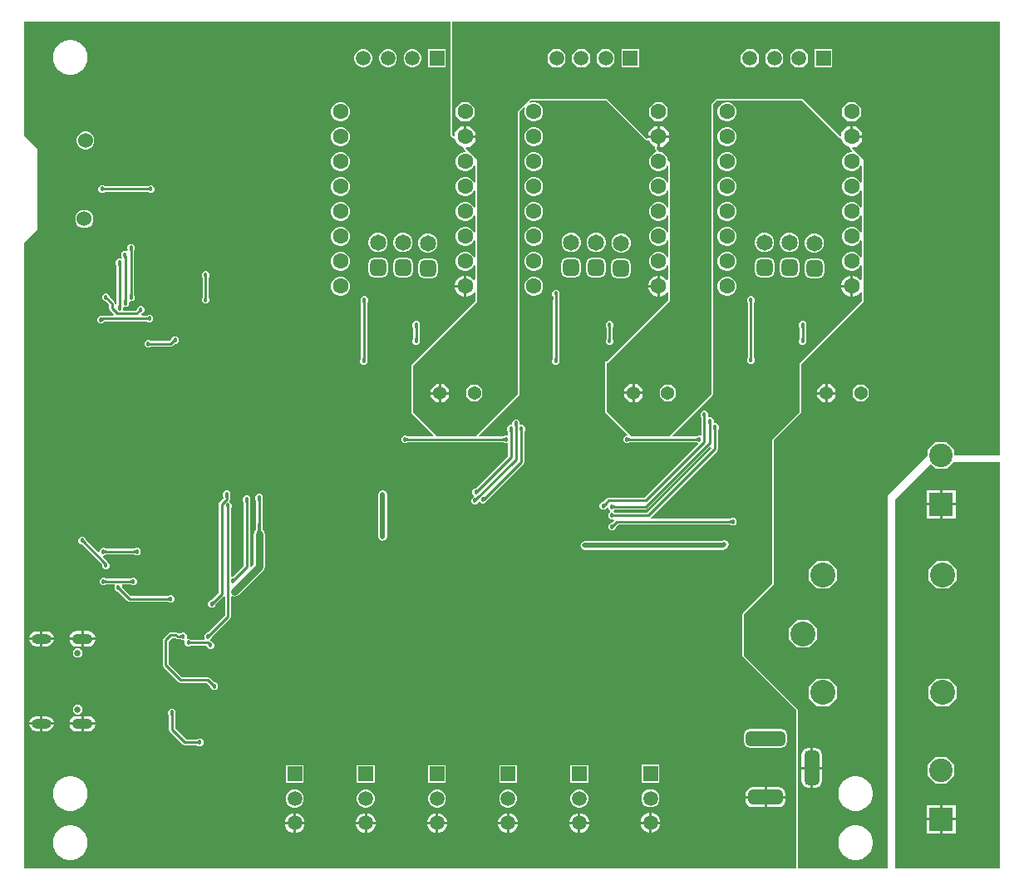
<source format=gbl>
G04*
G04 #@! TF.GenerationSoftware,Altium Limited,Altium Designer,24.10.1 (45)*
G04*
G04 Layer_Physical_Order=2*
G04 Layer_Color=16711680*
%FSLAX44Y44*%
%MOMM*%
G71*
G04*
G04 #@! TF.SameCoordinates,0EDCD7A5-6BC7-414E-B131-C269EAA69737*
G04*
G04*
G04 #@! TF.FilePolarity,Positive*
G04*
G01*
G75*
%ADD15C,0.2540*%
%ADD74C,1.3716*%
%ADD93C,0.7620*%
%ADD96C,0.5080*%
%ADD97C,1.6510*%
G04:AMPARAMS|DCode=98|XSize=1.651mm|YSize=1.651mm|CornerRadius=0.4128mm|HoleSize=0mm|Usage=FLASHONLY|Rotation=90.000|XOffset=0mm|YOffset=0mm|HoleType=Round|Shape=RoundedRectangle|*
%AMROUNDEDRECTD98*
21,1,1.6510,0.8255,0,0,90.0*
21,1,0.8255,1.6510,0,0,90.0*
1,1,0.8255,0.4128,0.4128*
1,1,0.8255,0.4128,-0.4128*
1,1,0.8255,-0.4128,-0.4128*
1,1,0.8255,-0.4128,0.4128*
%
%ADD98ROUNDEDRECTD98*%
%ADD99C,1.6000*%
%ADD100C,2.5400*%
%ADD101R,2.4000X2.4000*%
%ADD102C,2.4000*%
%ADD103C,1.5240*%
%ADD104C,1.5080*%
%ADD105R,1.5080X1.5080*%
G04:AMPARAMS|DCode=106|XSize=1.5mm|YSize=3.5mm|CornerRadius=0.375mm|HoleSize=0mm|Usage=FLASHONLY|Rotation=0.000|XOffset=0mm|YOffset=0mm|HoleType=Round|Shape=RoundedRectangle|*
%AMROUNDEDRECTD106*
21,1,1.5000,2.7500,0,0,0.0*
21,1,0.7500,3.5000,0,0,0.0*
1,1,0.7500,0.3750,-1.3750*
1,1,0.7500,-0.3750,-1.3750*
1,1,0.7500,-0.3750,1.3750*
1,1,0.7500,0.3750,1.3750*
%
%ADD106ROUNDEDRECTD106*%
G04:AMPARAMS|DCode=107|XSize=1.5mm|YSize=3.5mm|CornerRadius=0.375mm|HoleSize=0mm|Usage=FLASHONLY|Rotation=270.000|XOffset=0mm|YOffset=0mm|HoleType=Round|Shape=RoundedRectangle|*
%AMROUNDEDRECTD107*
21,1,1.5000,2.7500,0,0,270.0*
21,1,0.7500,3.5000,0,0,270.0*
1,1,0.7500,-1.3750,-0.3750*
1,1,0.7500,-1.3750,0.3750*
1,1,0.7500,1.3750,0.3750*
1,1,0.7500,1.3750,-0.3750*
%
%ADD107ROUNDEDRECTD107*%
G04:AMPARAMS|DCode=108|XSize=1.5mm|YSize=4mm|CornerRadius=0.375mm|HoleSize=0mm|Usage=FLASHONLY|Rotation=90.000|XOffset=0mm|YOffset=0mm|HoleType=Round|Shape=RoundedRectangle|*
%AMROUNDEDRECTD108*
21,1,1.5000,3.2500,0,0,90.0*
21,1,0.7500,4.0000,0,0,90.0*
1,1,0.7500,1.6250,0.3750*
1,1,0.7500,1.6250,-0.3750*
1,1,0.7500,-1.6250,-0.3750*
1,1,0.7500,-1.6250,0.3750*
%
%ADD108ROUNDEDRECTD108*%
%ADD109C,0.6500*%
%ADD110O,2.1000X1.0500*%
%ADD111O,2.0000X1.0000*%
%ADD112R,1.5080X1.5080*%
%ADD113C,0.4572*%
G36*
X437136Y751205D02*
X437619Y750039D01*
X439263Y748394D01*
X439567Y748268D01*
X439799Y748036D01*
X440127D01*
X440430Y747911D01*
X441692Y747277D01*
X441853Y747166D01*
X443442Y743330D01*
X446407Y740365D01*
X450281Y738760D01*
X450989Y737352D01*
X451114Y737049D01*
Y736721D01*
X451346Y736489D01*
X451472Y736186D01*
X452825Y734832D01*
X452242Y733424D01*
X450483D01*
X446983Y731974D01*
X444304Y729295D01*
X442854Y725795D01*
Y722006D01*
X444304Y718505D01*
X446983Y715826D01*
X450483Y714376D01*
X454272D01*
X457773Y715826D01*
X460452Y718505D01*
X461012Y719856D01*
X462536Y719553D01*
Y702847D01*
X461012Y702544D01*
X460452Y703895D01*
X457773Y706574D01*
X454272Y708024D01*
X450483D01*
X446983Y706574D01*
X444304Y703895D01*
X442854Y700395D01*
Y696606D01*
X444304Y693105D01*
X446983Y690426D01*
X450483Y688976D01*
X454272D01*
X457773Y690426D01*
X460452Y693105D01*
X461012Y694456D01*
X462536Y694153D01*
Y677447D01*
X461012Y677144D01*
X460452Y678495D01*
X457773Y681174D01*
X454272Y682624D01*
X450483D01*
X446983Y681174D01*
X444304Y678495D01*
X442854Y674995D01*
Y671206D01*
X444304Y667705D01*
X446983Y665026D01*
X450483Y663576D01*
X454272D01*
X457773Y665026D01*
X460452Y667705D01*
X461012Y669056D01*
X462536Y668753D01*
Y652047D01*
X461012Y651744D01*
X460452Y653095D01*
X457773Y655774D01*
X454272Y657224D01*
X450483D01*
X446983Y655774D01*
X444304Y653095D01*
X442854Y649595D01*
Y645806D01*
X444304Y642305D01*
X446983Y639626D01*
X450483Y638176D01*
X454272D01*
X457773Y639626D01*
X460452Y642305D01*
X461012Y643656D01*
X462536Y643353D01*
Y626647D01*
X461012Y626344D01*
X460452Y627695D01*
X457773Y630374D01*
X454272Y631824D01*
X450483D01*
X446983Y630374D01*
X444304Y627695D01*
X442854Y624195D01*
Y620406D01*
X444304Y616905D01*
X446983Y614226D01*
X450483Y612776D01*
X454272D01*
X457773Y614226D01*
X460452Y616905D01*
X461012Y618256D01*
X462536Y617953D01*
Y603599D01*
X461012Y603172D01*
X458348Y605836D01*
X454474Y607440D01*
X453648D01*
Y596900D01*
Y586360D01*
X454474D01*
X458348Y587965D01*
X461012Y590628D01*
X462536Y590201D01*
Y581708D01*
X398249Y517422D01*
X397766Y516255D01*
Y467995D01*
X398249Y466829D01*
X419955Y445122D01*
X419372Y443714D01*
X393524D01*
X392738Y444500D01*
X389582D01*
X387350Y442268D01*
Y439112D01*
X389582Y436880D01*
X392738D01*
X393524Y437666D01*
X491666D01*
X492452Y436880D01*
X495608D01*
X496086Y436682D01*
Y423843D01*
X463021Y390778D01*
X461910D01*
X459678Y388546D01*
Y385390D01*
X461273Y383794D01*
X460702Y382270D01*
X458470Y380038D01*
Y376882D01*
X460702Y374650D01*
X463858D01*
X466090Y376882D01*
X467540Y376702D01*
X468739Y375503D01*
X471895D01*
X474127Y377735D01*
Y378296D01*
X511717Y415886D01*
X512603Y418024D01*
Y449448D01*
X513388Y450234D01*
Y453390D01*
X511156Y455622D01*
X509524D01*
X508000Y455622D01*
X508000Y458778D01*
X505768Y461010D01*
X502612D01*
X500380Y458778D01*
Y457146D01*
X500380Y455622D01*
X498856Y455622D01*
X497224D01*
X494992Y453390D01*
Y450234D01*
X495778Y449448D01*
Y445954D01*
X495649Y444849D01*
X494370Y444500D01*
X492452D01*
X491666Y443714D01*
X467088D01*
X466505Y445122D01*
X507262Y485879D01*
X507745Y487045D01*
Y774652D01*
X512021Y778928D01*
X513313Y778065D01*
X512704Y776594D01*
Y772806D01*
X514154Y769305D01*
X516833Y766626D01*
X520333Y765176D01*
X524122D01*
X527623Y766626D01*
X530302Y769305D01*
X531752Y772806D01*
Y776594D01*
X530302Y780095D01*
X527623Y782774D01*
X524122Y784224D01*
X520333D01*
X518863Y783615D01*
X518000Y784907D01*
X519478Y786386D01*
X595582D01*
X636114Y745854D01*
X636417Y745728D01*
X636649Y745496D01*
X636977D01*
X637280Y745371D01*
X637583Y745496D01*
X637911D01*
X639178Y746021D01*
X640293Y743330D01*
X643257Y740365D01*
X645949Y739250D01*
X645424Y737983D01*
Y737655D01*
X645299Y737352D01*
X645424Y737049D01*
Y736721D01*
X645656Y736489D01*
X645782Y736186D01*
X647135Y734832D01*
X646665Y733147D01*
X643833Y731974D01*
X641154Y729295D01*
X639704Y725795D01*
Y722006D01*
X641154Y718505D01*
X643833Y715826D01*
X647333Y714376D01*
X651122D01*
X654623Y715826D01*
X657302Y718505D01*
X657861Y719856D01*
X659386Y719553D01*
Y702847D01*
X657861Y702544D01*
X657302Y703895D01*
X654623Y706574D01*
X651122Y708024D01*
X647333D01*
X643833Y706574D01*
X641154Y703895D01*
X639704Y700395D01*
Y696606D01*
X641154Y693105D01*
X643833Y690426D01*
X647333Y688976D01*
X651122D01*
X654623Y690426D01*
X657302Y693105D01*
X657861Y694456D01*
X659386Y694153D01*
Y677447D01*
X657861Y677144D01*
X657302Y678495D01*
X654623Y681174D01*
X651122Y682624D01*
X647333D01*
X643833Y681174D01*
X641154Y678495D01*
X639704Y674995D01*
Y671206D01*
X641154Y667705D01*
X643833Y665026D01*
X647333Y663576D01*
X651122D01*
X654623Y665026D01*
X657302Y667705D01*
X657861Y669056D01*
X659386Y668753D01*
Y652047D01*
X657861Y651744D01*
X657302Y653095D01*
X654623Y655774D01*
X651122Y657224D01*
X647333D01*
X643833Y655774D01*
X641154Y653095D01*
X639704Y649595D01*
Y645806D01*
X641154Y642305D01*
X643833Y639626D01*
X647333Y638176D01*
X651122D01*
X654623Y639626D01*
X657302Y642305D01*
X657861Y643656D01*
X659386Y643353D01*
Y626647D01*
X657861Y626344D01*
X657302Y627695D01*
X654623Y630374D01*
X651122Y631824D01*
X647333D01*
X643833Y630374D01*
X641154Y627695D01*
X639704Y624195D01*
Y620406D01*
X641154Y616905D01*
X643833Y614226D01*
X647333Y612776D01*
X651122D01*
X654623Y614226D01*
X657302Y616905D01*
X657861Y618256D01*
X659386Y617953D01*
Y603599D01*
X657861Y603172D01*
X655198Y605836D01*
X651324Y607440D01*
X650498D01*
Y596900D01*
Y586360D01*
X651324D01*
X655198Y587965D01*
X657861Y590628D01*
X659386Y590201D01*
Y582978D01*
X596852Y520445D01*
X596265D01*
X595099Y519962D01*
X594616Y518795D01*
Y469265D01*
X595099Y468099D01*
X617289Y445908D01*
X616706Y444500D01*
X615642D01*
X613410Y442268D01*
Y439112D01*
X615642Y436880D01*
X618798D01*
X619584Y437666D01*
X688516D01*
X689302Y436880D01*
X689627Y436094D01*
X635018Y381484D01*
X598606D01*
X596468Y380599D01*
X593492Y377623D01*
X593443Y377506D01*
X592659Y376722D01*
X591480D01*
X589248Y374490D01*
Y371334D01*
X591480Y369102D01*
X594636D01*
X596646Y371112D01*
X598170Y370798D01*
Y370532D01*
X600222Y368480D01*
X600323Y367665D01*
X600222Y366851D01*
X598170Y364798D01*
Y361642D01*
X600402Y359410D01*
X603168D01*
X603970Y358056D01*
X601513Y355600D01*
X600402D01*
X598170Y353368D01*
Y350212D01*
X600402Y347980D01*
X603558D01*
X605790Y350212D01*
Y351323D01*
X608313Y353846D01*
X722806D01*
X723592Y353060D01*
X726748D01*
X728980Y355292D01*
Y358448D01*
X726748Y360680D01*
X723592D01*
X722806Y359894D01*
X641761D01*
X641285Y361418D01*
X708767Y428900D01*
X709652Y431038D01*
Y451026D01*
X710438Y451812D01*
Y454968D01*
X708206Y457200D01*
X706589D01*
X705358Y457908D01*
X705358Y458596D01*
Y461064D01*
X703126Y463296D01*
X700710D01*
X699808Y464463D01*
X699770Y464737D01*
Y467668D01*
X697538Y469900D01*
X694382D01*
X692150Y467668D01*
Y464512D01*
X692936Y463726D01*
Y444698D01*
X692458Y444500D01*
X689302D01*
X688516Y443714D01*
X663938D01*
X663355Y445122D01*
X704111Y485879D01*
X704595Y487045D01*
Y782272D01*
X708708Y786386D01*
X794972Y786385D01*
X832963Y748394D01*
X833267Y748268D01*
X833499Y748036D01*
X833827D01*
X834130Y747911D01*
X835392Y747277D01*
X835554Y747166D01*
X837142Y743330D01*
X840107Y740365D01*
X843981Y738760D01*
X844689Y737352D01*
X844814Y737049D01*
Y736721D01*
X845046Y736489D01*
X845172Y736186D01*
X846525Y734832D01*
X845942Y733424D01*
X844183D01*
X840683Y731974D01*
X838004Y729295D01*
X836554Y725795D01*
Y722006D01*
X838004Y718505D01*
X840683Y715826D01*
X844183Y714376D01*
X847972D01*
X851473Y715826D01*
X854152Y718505D01*
X854712Y719856D01*
X856236Y719553D01*
Y702847D01*
X854712Y702544D01*
X854152Y703895D01*
X851473Y706574D01*
X847972Y708024D01*
X844183D01*
X840683Y706574D01*
X838004Y703895D01*
X836554Y700395D01*
Y696606D01*
X838004Y693105D01*
X840683Y690426D01*
X844183Y688976D01*
X847972D01*
X851473Y690426D01*
X854152Y693105D01*
X854712Y694456D01*
X856236Y694153D01*
Y677447D01*
X854712Y677144D01*
X854152Y678495D01*
X851473Y681174D01*
X847972Y682624D01*
X844183D01*
X840683Y681174D01*
X838004Y678495D01*
X836554Y674995D01*
Y671206D01*
X838004Y667705D01*
X840683Y665026D01*
X844183Y663576D01*
X847972D01*
X851473Y665026D01*
X854152Y667705D01*
X854712Y669056D01*
X856236Y668753D01*
Y652047D01*
X854712Y651744D01*
X854152Y653095D01*
X851473Y655774D01*
X847972Y657224D01*
X844183D01*
X840683Y655774D01*
X838004Y653095D01*
X836554Y649595D01*
Y645806D01*
X838004Y642305D01*
X840683Y639626D01*
X844183Y638176D01*
X847972D01*
X851473Y639626D01*
X854152Y642305D01*
X854712Y643656D01*
X856236Y643353D01*
Y626647D01*
X854712Y626344D01*
X854152Y627695D01*
X851473Y630374D01*
X847972Y631824D01*
X844183D01*
X840683Y630374D01*
X838004Y627695D01*
X836554Y624195D01*
Y620406D01*
X838004Y616905D01*
X840683Y614226D01*
X844183Y612776D01*
X847972D01*
X851473Y614226D01*
X854152Y616905D01*
X854712Y618256D01*
X856236Y617953D01*
Y603599D01*
X854712Y603172D01*
X852048Y605836D01*
X848174Y607440D01*
X847348D01*
Y596900D01*
Y586360D01*
X848174D01*
X852048Y587965D01*
X854712Y590628D01*
X856236Y590201D01*
Y581708D01*
X793219Y518692D01*
X792736Y517525D01*
Y468678D01*
X765914Y441856D01*
X765431Y440690D01*
Y294053D01*
X735434Y264056D01*
X734950Y262890D01*
Y220345D01*
X735434Y219179D01*
X789560Y165052D01*
Y3299D01*
X3299Y3299D01*
X3299Y641046D01*
X16407Y654154D01*
X16890Y655320D01*
Y735682D01*
X16407Y736849D01*
X3299Y749956D01*
X3299Y866701D01*
X437136D01*
X437136Y751205D01*
D02*
G37*
G36*
X697498Y464383D02*
X697441Y464288D01*
X697392Y464174D01*
X697349Y464040D01*
X697313Y463886D01*
X697283Y463712D01*
X697243Y463304D01*
X697233Y463071D01*
X697230Y462818D01*
X694690D01*
X694687Y463071D01*
X694637Y463712D01*
X694608Y463886D01*
X694571Y464040D01*
X694528Y464174D01*
X694479Y464288D01*
X694423Y464383D01*
X694360Y464458D01*
X697560D01*
X697498Y464383D01*
D02*
G37*
G36*
X703086Y457779D02*
X703029Y457684D01*
X702980Y457570D01*
X702937Y457436D01*
X702901Y457282D01*
X702871Y457108D01*
X702831Y456701D01*
X702821Y456467D01*
X702818Y456214D01*
X700278D01*
X700275Y456467D01*
X700225Y457108D01*
X700196Y457282D01*
X700159Y457436D01*
X700116Y457570D01*
X700067Y457684D01*
X700011Y457779D01*
X699948Y457854D01*
X703148D01*
X703086Y457779D01*
D02*
G37*
G36*
X505728Y455493D02*
X505672Y455398D01*
X505622Y455284D01*
X505579Y455150D01*
X505543Y454996D01*
X505513Y454822D01*
X505473Y454414D01*
X505463Y454181D01*
X505460Y453928D01*
X502920D01*
X502917Y454181D01*
X502867Y454822D01*
X502838Y454996D01*
X502801Y455150D01*
X502758Y455284D01*
X502709Y455398D01*
X502653Y455493D01*
X502590Y455568D01*
X505790D01*
X505728Y455493D01*
D02*
G37*
G36*
X708166Y451683D02*
X708110Y451588D01*
X708060Y451474D01*
X708017Y451340D01*
X707981Y451186D01*
X707951Y451012D01*
X707911Y450605D01*
X707901Y450371D01*
X707898Y450118D01*
X705358D01*
X705355Y450371D01*
X705305Y451012D01*
X705276Y451186D01*
X705239Y451340D01*
X705196Y451474D01*
X705147Y451588D01*
X705091Y451683D01*
X705028Y451758D01*
X708228D01*
X708166Y451683D01*
D02*
G37*
G36*
X511116Y450105D02*
X511060Y450010D01*
X511010Y449896D01*
X510967Y449762D01*
X510931Y449608D01*
X510901Y449434D01*
X510862Y449026D01*
X510852Y448793D01*
X510848Y448540D01*
X508308D01*
X508305Y448793D01*
X508255Y449434D01*
X508226Y449608D01*
X508189Y449762D01*
X508147Y449896D01*
X508097Y450010D01*
X508041Y450105D01*
X507978Y450179D01*
X511179D01*
X511116Y450105D01*
D02*
G37*
G36*
X500339D02*
X500283Y450010D01*
X500234Y449896D01*
X500191Y449762D01*
X500154Y449608D01*
X500125Y449434D01*
X500085Y449026D01*
X500075Y448793D01*
X500072Y448540D01*
X497532D01*
X497529Y448793D01*
X497479Y449434D01*
X497449Y449608D01*
X497413Y449762D01*
X497370Y449896D01*
X497321Y450010D01*
X497265Y450105D01*
X497202Y450179D01*
X500402D01*
X500339Y450105D01*
D02*
G37*
G36*
X689248Y439090D02*
X689173Y439153D01*
X689078Y439209D01*
X688964Y439258D01*
X688830Y439301D01*
X688676Y439338D01*
X688502Y439367D01*
X688094Y439407D01*
X687861Y439417D01*
X687608Y439420D01*
Y441960D01*
X687861Y441963D01*
X688502Y442013D01*
X688676Y442043D01*
X688830Y442079D01*
X688964Y442122D01*
X689078Y442172D01*
X689173Y442228D01*
X689248Y442290D01*
Y439090D01*
D02*
G37*
G36*
X618927Y442228D02*
X619022Y442172D01*
X619136Y442122D01*
X619270Y442079D01*
X619424Y442043D01*
X619598Y442013D01*
X620006Y441973D01*
X620239Y441963D01*
X620493Y441960D01*
Y439420D01*
X620239Y439417D01*
X619598Y439367D01*
X619424Y439338D01*
X619270Y439301D01*
X619136Y439258D01*
X619022Y439209D01*
X618927Y439153D01*
X618853Y439090D01*
Y442290D01*
X618927Y442228D01*
D02*
G37*
G36*
X492398Y439090D02*
X492323Y439153D01*
X492228Y439209D01*
X492114Y439258D01*
X491980Y439301D01*
X491826Y439338D01*
X491652Y439367D01*
X491245Y439407D01*
X491011Y439417D01*
X490758Y439420D01*
Y441960D01*
X491011Y441963D01*
X491652Y442013D01*
X491826Y442043D01*
X491980Y442079D01*
X492114Y442122D01*
X492228Y442172D01*
X492323Y442228D01*
X492398Y442290D01*
Y439090D01*
D02*
G37*
G36*
X392867Y442228D02*
X392962Y442172D01*
X393076Y442122D01*
X393210Y442079D01*
X393364Y442043D01*
X393538Y442013D01*
X393946Y441973D01*
X394179Y441963D01*
X394432Y441960D01*
Y439420D01*
X394179Y439417D01*
X393538Y439367D01*
X393364Y439338D01*
X393210Y439301D01*
X393076Y439258D01*
X392962Y439209D01*
X392867Y439153D01*
X392793Y439090D01*
Y442290D01*
X392867Y442228D01*
D02*
G37*
G36*
X996701Y424514D02*
X950784D01*
Y430185D01*
X942862Y438107D01*
X931658D01*
X923736Y430185D01*
Y424514D01*
X923624D01*
X882650Y383540D01*
Y3299D01*
X791210D01*
Y165735D01*
X736600Y220345D01*
Y262890D01*
X767080Y293370D01*
Y440690D01*
X794385Y467995D01*
Y517525D01*
X857885Y581025D01*
Y725805D01*
X846338Y737352D01*
X846921Y738760D01*
X850444D01*
X856618Y744934D01*
Y748030D01*
X846078D01*
Y749300D01*
X844808D01*
Y759840D01*
X841712D01*
X835538Y753666D01*
Y750144D01*
X834130Y749560D01*
X795655Y788035D01*
X708025Y788035D01*
X702945Y782955D01*
Y487045D01*
X659765Y443865D01*
X621665D01*
X596265Y469265D01*
Y518795D01*
X597535D01*
X661035Y582295D01*
Y723265D01*
X658752Y725548D01*
Y727845D01*
X653173Y733424D01*
X650876D01*
X646948Y737352D01*
X647531Y738760D01*
X647958D01*
Y748030D01*
X638688D01*
Y747604D01*
X637280Y747020D01*
X596265Y788035D01*
X518795D01*
X506095Y775335D01*
Y487045D01*
X462915Y443865D01*
X423545D01*
X399415Y467995D01*
Y516255D01*
X464185Y581025D01*
Y725805D01*
X452638Y737352D01*
X453221Y738760D01*
X456744D01*
X462918Y744934D01*
Y748030D01*
X452378D01*
Y749300D01*
X451108D01*
Y759840D01*
X448012D01*
X441838Y753666D01*
Y750144D01*
X440430Y749560D01*
X438785Y751205D01*
X438785Y866701D01*
X996701D01*
X996701Y424514D01*
D02*
G37*
G36*
X996701Y3299D02*
X890270Y3299D01*
Y379730D01*
X926629Y416089D01*
X931658Y411059D01*
X942862D01*
X949632Y417830D01*
X996701D01*
X996701Y3299D01*
D02*
G37*
G36*
X466700Y388384D02*
X466523Y388202D01*
X466105Y387714D01*
X466003Y387570D01*
X465920Y387435D01*
X465855Y387310D01*
X465809Y387194D01*
X465782Y387088D01*
X465774Y386991D01*
X463511Y389254D01*
X463608Y389262D01*
X463714Y389289D01*
X463830Y389335D01*
X463956Y389399D01*
X464090Y389483D01*
X464234Y389585D01*
X464550Y389845D01*
X464722Y390003D01*
X464904Y390180D01*
X466700Y388384D01*
D02*
G37*
G36*
X473572Y380222D02*
X473392Y380039D01*
X472759Y379310D01*
X472686Y379200D01*
X472631Y379104D01*
X472593Y379019D01*
X472574Y378947D01*
X470728Y381562D01*
X470833Y381554D01*
X470946Y381566D01*
X471067Y381599D01*
X471197Y381652D01*
X471335Y381725D01*
X471482Y381819D01*
X471638Y381933D01*
X471802Y382067D01*
X472155Y382397D01*
X473572Y380222D01*
D02*
G37*
G36*
X465492Y379876D02*
X465315Y379695D01*
X464897Y379206D01*
X464795Y379062D01*
X464712Y378928D01*
X464647Y378802D01*
X464602Y378687D01*
X464574Y378580D01*
X464566Y378483D01*
X462303Y380746D01*
X462400Y380754D01*
X462507Y380782D01*
X462622Y380827D01*
X462748Y380892D01*
X462882Y380975D01*
X463026Y381077D01*
X463343Y381337D01*
X463515Y381495D01*
X463696Y381672D01*
X465492Y379876D01*
D02*
G37*
G36*
X596281Y374271D02*
X596100Y374087D01*
X595571Y373477D01*
X595487Y373355D01*
X595422Y373247D01*
X595376Y373150D01*
X595350Y373066D01*
X595342Y372995D01*
X593237Y375191D01*
X593312Y375196D01*
X593399Y375219D01*
X593498Y375263D01*
X593610Y375326D01*
X593733Y375408D01*
X593868Y375510D01*
X594175Y375772D01*
X594530Y376112D01*
X596281Y374271D01*
D02*
G37*
G36*
X603687Y373648D02*
X603782Y373591D01*
X603896Y373542D01*
X604030Y373499D01*
X604184Y373463D01*
X604358Y373433D01*
X604766Y373393D01*
X604999Y373383D01*
X605252Y373380D01*
Y370840D01*
X604999Y370837D01*
X604358Y370787D01*
X604184Y370758D01*
X604030Y370721D01*
X603896Y370678D01*
X603782Y370629D01*
X603687Y370573D01*
X603613Y370510D01*
Y373710D01*
X603687Y373648D01*
D02*
G37*
G36*
X702990Y432398D02*
X703081Y431768D01*
X637557Y366244D01*
X604344D01*
X603738Y366851D01*
X603637Y367665D01*
X603738Y368480D01*
X604344Y369086D01*
X636270D01*
X638409Y369972D01*
X701373Y432937D01*
X702990Y432398D01*
D02*
G37*
G36*
X603687Y364758D02*
X603782Y364701D01*
X603896Y364652D01*
X604030Y364609D01*
X604184Y364573D01*
X604358Y364543D01*
X604766Y364503D01*
X604999Y364493D01*
X605252Y364490D01*
Y361950D01*
X604999Y361947D01*
X604358Y361897D01*
X604184Y361868D01*
X604030Y361831D01*
X603896Y361788D01*
X603782Y361739D01*
X603687Y361683D01*
X603613Y361620D01*
Y364820D01*
X603687Y364758D01*
D02*
G37*
G36*
X723538Y355270D02*
X723463Y355333D01*
X723368Y355389D01*
X723254Y355438D01*
X723120Y355481D01*
X722966Y355518D01*
X722792Y355547D01*
X722384Y355587D01*
X722151Y355597D01*
X721898Y355600D01*
Y358140D01*
X722151Y358143D01*
X722792Y358193D01*
X722966Y358223D01*
X723120Y358259D01*
X723254Y358302D01*
X723368Y358352D01*
X723463Y358408D01*
X723538Y358470D01*
Y355270D01*
D02*
G37*
G36*
X605192Y353206D02*
X605015Y353025D01*
X604597Y352536D01*
X604495Y352392D01*
X604412Y352258D01*
X604347Y352132D01*
X604302Y352017D01*
X604274Y351910D01*
X604266Y351813D01*
X602003Y354076D01*
X602100Y354084D01*
X602207Y354112D01*
X602323Y354157D01*
X602448Y354222D01*
X602582Y354305D01*
X602726Y354407D01*
X603042Y354667D01*
X603215Y354825D01*
X603396Y355002D01*
X605192Y353206D01*
D02*
G37*
%LPC*%
G36*
X51576Y847640D02*
X48424D01*
X48268Y847575D01*
X48102Y847608D01*
X45011Y846993D01*
X44871Y846899D01*
X44702D01*
X41790Y845693D01*
X41671Y845574D01*
X41505Y845541D01*
X38884Y843790D01*
X38790Y843649D01*
X38634Y843585D01*
X36406Y841356D01*
X36341Y841200D01*
X36200Y841106D01*
X34450Y838485D01*
X34417Y838320D01*
X34297Y838200D01*
X33091Y835288D01*
Y835119D01*
X32997Y834979D01*
X32382Y831888D01*
X32415Y831722D01*
X32351Y831566D01*
Y828414D01*
X32415Y828258D01*
X32382Y828092D01*
X32997Y825001D01*
X33091Y824861D01*
Y824692D01*
X34297Y821780D01*
X34417Y821661D01*
X34450Y821495D01*
X36200Y818874D01*
X36341Y818780D01*
X36406Y818624D01*
X38634Y816396D01*
X38790Y816331D01*
X38884Y816190D01*
X41505Y814439D01*
X41670Y814407D01*
X41790Y814287D01*
X44702Y813081D01*
X44871D01*
X45011Y812987D01*
X48102Y812372D01*
X48268Y812405D01*
X48424Y812341D01*
X51576D01*
X51732Y812405D01*
X51898Y812372D01*
X54989Y812987D01*
X55129Y813081D01*
X55298D01*
X58210Y814287D01*
X58330Y814407D01*
X58495Y814439D01*
X61116Y816190D01*
X61210Y816331D01*
X61366Y816396D01*
X63594Y818624D01*
X63659Y818780D01*
X63800Y818874D01*
X65551Y821495D01*
X65584Y821661D01*
X65703Y821780D01*
X66909Y824692D01*
Y824861D01*
X67003Y825001D01*
X67618Y828092D01*
X67585Y828258D01*
X67650Y828414D01*
Y831566D01*
X67585Y831722D01*
X67618Y831888D01*
X67003Y834979D01*
X66909Y835119D01*
Y835288D01*
X65703Y838200D01*
X65584Y838320D01*
X65551Y838485D01*
X63800Y841106D01*
X63659Y841200D01*
X63594Y841356D01*
X61366Y843585D01*
X61210Y843649D01*
X61116Y843790D01*
X58495Y845541D01*
X58330Y845574D01*
X58210Y845693D01*
X55298Y846899D01*
X55129D01*
X54989Y846993D01*
X51898Y847608D01*
X51732Y847575D01*
X51576Y847640D01*
D02*
G37*
G36*
X432644Y838204D02*
X414516D01*
Y820076D01*
X432644D01*
Y838204D01*
D02*
G37*
G36*
X400383D02*
X396777D01*
X393446Y836824D01*
X390896Y834275D01*
X389516Y830943D01*
Y827337D01*
X390896Y824006D01*
X393446Y821456D01*
X396777Y820076D01*
X400383D01*
X403714Y821456D01*
X406264Y824006D01*
X407644Y827337D01*
Y830943D01*
X406264Y834275D01*
X403714Y836824D01*
X400383Y838204D01*
D02*
G37*
G36*
X375383D02*
X371777D01*
X368446Y836824D01*
X365896Y834275D01*
X364516Y830943D01*
Y827337D01*
X365896Y824006D01*
X368446Y821456D01*
X371777Y820076D01*
X375383D01*
X378714Y821456D01*
X381264Y824006D01*
X382644Y827337D01*
Y830943D01*
X381264Y834275D01*
X378714Y836824D01*
X375383Y838204D01*
D02*
G37*
G36*
X350383D02*
X346777D01*
X343446Y836824D01*
X340896Y834275D01*
X339516Y830943D01*
Y827337D01*
X340896Y824006D01*
X343446Y821456D01*
X346777Y820076D01*
X350383D01*
X353714Y821456D01*
X356264Y824006D01*
X357644Y827337D01*
Y830943D01*
X356264Y834275D01*
X353714Y836824D01*
X350383Y838204D01*
D02*
G37*
G36*
X720972Y784224D02*
X717183D01*
X713683Y782774D01*
X711004Y780095D01*
X709554Y776594D01*
Y772806D01*
X711004Y769305D01*
X713683Y766626D01*
X717183Y765176D01*
X720972D01*
X724473Y766626D01*
X727152Y769305D01*
X728602Y772806D01*
Y776594D01*
X727152Y780095D01*
X724473Y782774D01*
X720972Y784224D01*
D02*
G37*
G36*
X327272D02*
X323483D01*
X319983Y782774D01*
X317304Y780095D01*
X315854Y776594D01*
Y772806D01*
X317304Y769305D01*
X319983Y766626D01*
X323483Y765176D01*
X327272D01*
X330773Y766626D01*
X333452Y769305D01*
X334902Y772806D01*
Y776594D01*
X333452Y780095D01*
X330773Y782774D01*
X327272Y784224D01*
D02*
G37*
G36*
X720972Y758824D02*
X717183D01*
X713683Y757374D01*
X711004Y754695D01*
X709554Y751195D01*
Y747406D01*
X711004Y743905D01*
X713683Y741226D01*
X717183Y739776D01*
X720972D01*
X724473Y741226D01*
X727152Y743905D01*
X728602Y747406D01*
Y751195D01*
X727152Y754695D01*
X724473Y757374D01*
X720972Y758824D01*
D02*
G37*
G36*
X524122D02*
X520333D01*
X516833Y757374D01*
X514154Y754695D01*
X512704Y751195D01*
Y747406D01*
X514154Y743905D01*
X516833Y741226D01*
X520333Y739776D01*
X524122D01*
X527623Y741226D01*
X530302Y743905D01*
X531752Y747406D01*
Y751195D01*
X530302Y754695D01*
X527623Y757374D01*
X524122Y758824D01*
D02*
G37*
G36*
X327272D02*
X323483D01*
X319983Y757374D01*
X317304Y754695D01*
X315854Y751195D01*
Y747406D01*
X317304Y743905D01*
X319983Y741226D01*
X323483Y739776D01*
X327272D01*
X330773Y741226D01*
X333452Y743905D01*
X334902Y747406D01*
Y751195D01*
X333452Y754695D01*
X330773Y757374D01*
X327272Y758824D01*
D02*
G37*
G36*
X67219Y754624D02*
X63581D01*
X60220Y753232D01*
X57648Y750660D01*
X56256Y747299D01*
Y743661D01*
X57648Y740301D01*
X60220Y737728D01*
X63581Y736336D01*
X67219D01*
X70580Y737728D01*
X73152Y740301D01*
X74544Y743661D01*
Y747299D01*
X73152Y750660D01*
X70580Y753232D01*
X67219Y754624D01*
D02*
G37*
G36*
X720972Y733424D02*
X717183D01*
X713683Y731974D01*
X711004Y729295D01*
X709554Y725795D01*
Y722006D01*
X711004Y718505D01*
X713683Y715826D01*
X717183Y714376D01*
X720972D01*
X724473Y715826D01*
X727152Y718505D01*
X728602Y722006D01*
Y725795D01*
X727152Y729295D01*
X724473Y731974D01*
X720972Y733424D01*
D02*
G37*
G36*
X524122D02*
X520333D01*
X516833Y731974D01*
X514154Y729295D01*
X512704Y725795D01*
Y722006D01*
X514154Y718505D01*
X516833Y715826D01*
X520333Y714376D01*
X524122D01*
X527623Y715826D01*
X530302Y718505D01*
X531752Y722006D01*
Y725795D01*
X530302Y729295D01*
X527623Y731974D01*
X524122Y733424D01*
D02*
G37*
G36*
X327272D02*
X323483D01*
X319983Y731974D01*
X317304Y729295D01*
X315854Y725795D01*
Y722006D01*
X317304Y718505D01*
X319983Y715826D01*
X323483Y714376D01*
X327272D01*
X330773Y715826D01*
X333452Y718505D01*
X334902Y722006D01*
Y725795D01*
X333452Y729295D01*
X330773Y731974D01*
X327272Y733424D01*
D02*
G37*
G36*
X133658Y699770D02*
X130502D01*
X129716Y698984D01*
X84914D01*
X84128Y699770D01*
X80972D01*
X78740Y697538D01*
Y694382D01*
X80972Y692150D01*
X84128D01*
X84914Y692936D01*
X129716D01*
X130502Y692150D01*
X133658D01*
X135890Y694382D01*
Y697538D01*
X133658Y699770D01*
D02*
G37*
G36*
X720972Y708024D02*
X717183D01*
X713683Y706574D01*
X711004Y703895D01*
X709554Y700395D01*
Y696606D01*
X711004Y693105D01*
X713683Y690426D01*
X717183Y688976D01*
X720972D01*
X724473Y690426D01*
X727152Y693105D01*
X728602Y696606D01*
Y700395D01*
X727152Y703895D01*
X724473Y706574D01*
X720972Y708024D01*
D02*
G37*
G36*
X524122D02*
X520333D01*
X516833Y706574D01*
X514154Y703895D01*
X512704Y700395D01*
Y696606D01*
X514154Y693105D01*
X516833Y690426D01*
X520333Y688976D01*
X524122D01*
X527623Y690426D01*
X530302Y693105D01*
X531752Y696606D01*
Y700395D01*
X530302Y703895D01*
X527623Y706574D01*
X524122Y708024D01*
D02*
G37*
G36*
X327272D02*
X323483D01*
X319983Y706574D01*
X317304Y703895D01*
X315854Y700395D01*
Y696606D01*
X317304Y693105D01*
X319983Y690426D01*
X323483Y688976D01*
X327272D01*
X330773Y690426D01*
X333452Y693105D01*
X334902Y696606D01*
Y700395D01*
X333452Y703895D01*
X330773Y706574D01*
X327272Y708024D01*
D02*
G37*
G36*
X720972Y682624D02*
X717183D01*
X713683Y681174D01*
X711004Y678495D01*
X709554Y674995D01*
Y671206D01*
X711004Y667705D01*
X713683Y665026D01*
X717183Y663576D01*
X720972D01*
X724473Y665026D01*
X727152Y667705D01*
X728602Y671206D01*
Y674995D01*
X727152Y678495D01*
X724473Y681174D01*
X720972Y682624D01*
D02*
G37*
G36*
X524122D02*
X520333D01*
X516833Y681174D01*
X514154Y678495D01*
X512704Y674995D01*
Y671206D01*
X514154Y667705D01*
X516833Y665026D01*
X520333Y663576D01*
X524122D01*
X527623Y665026D01*
X530302Y667705D01*
X531752Y671206D01*
Y674995D01*
X530302Y678495D01*
X527623Y681174D01*
X524122Y682624D01*
D02*
G37*
G36*
X327272D02*
X323483D01*
X319983Y681174D01*
X317304Y678495D01*
X315854Y674995D01*
Y671206D01*
X317304Y667705D01*
X319983Y665026D01*
X323483Y663576D01*
X327272D01*
X330773Y665026D01*
X333452Y667705D01*
X334902Y671206D01*
Y674995D01*
X333452Y678495D01*
X330773Y681174D01*
X327272Y682624D01*
D02*
G37*
G36*
X66189Y674624D02*
X62551D01*
X59191Y673232D01*
X56618Y670660D01*
X55226Y667299D01*
Y663661D01*
X56618Y660301D01*
X59191Y657728D01*
X62551Y656336D01*
X66189D01*
X69550Y657728D01*
X72122Y660301D01*
X73514Y663661D01*
Y667299D01*
X72122Y670660D01*
X69550Y673232D01*
X66189Y674624D01*
D02*
G37*
G36*
X720972Y657224D02*
X717183D01*
X713683Y655774D01*
X711004Y653095D01*
X709554Y649595D01*
Y645806D01*
X711004Y642305D01*
X713683Y639626D01*
X717183Y638176D01*
X720972D01*
X724473Y639626D01*
X727152Y642305D01*
X728602Y645806D01*
Y649595D01*
X727152Y653095D01*
X724473Y655774D01*
X720972Y657224D01*
D02*
G37*
G36*
X524122D02*
X520333D01*
X516833Y655774D01*
X514154Y653095D01*
X512704Y649595D01*
Y645806D01*
X514154Y642305D01*
X516833Y639626D01*
X520333Y638176D01*
X524122D01*
X527623Y639626D01*
X530302Y642305D01*
X531752Y645806D01*
Y649595D01*
X530302Y653095D01*
X527623Y655774D01*
X524122Y657224D01*
D02*
G37*
G36*
X327272D02*
X323483D01*
X319983Y655774D01*
X317304Y653095D01*
X315854Y649595D01*
Y645806D01*
X317304Y642305D01*
X319983Y639626D01*
X323483Y638176D01*
X327272D01*
X330773Y639626D01*
X333452Y642305D01*
X334902Y645806D01*
Y649595D01*
X333452Y653095D01*
X330773Y655774D01*
X327272Y657224D01*
D02*
G37*
G36*
X784523Y651129D02*
X780633D01*
X777038Y649640D01*
X774288Y646889D01*
X772799Y643295D01*
Y639405D01*
X774288Y635811D01*
X777038Y633060D01*
X780633Y631571D01*
X784523D01*
X788117Y633060D01*
X790868Y635811D01*
X792357Y639405D01*
Y643295D01*
X790868Y646889D01*
X788117Y649640D01*
X784523Y651129D01*
D02*
G37*
G36*
X759123D02*
X755233D01*
X751638Y649640D01*
X748888Y646889D01*
X747399Y643295D01*
Y639405D01*
X748888Y635811D01*
X751638Y633060D01*
X755233Y631571D01*
X759123D01*
X762717Y633060D01*
X765468Y635811D01*
X766957Y639405D01*
Y643295D01*
X765468Y646889D01*
X762717Y649640D01*
X759123Y651129D01*
D02*
G37*
G36*
X587673D02*
X583783D01*
X580188Y649640D01*
X577438Y646889D01*
X575949Y643295D01*
Y639405D01*
X577438Y635811D01*
X580188Y633060D01*
X583783Y631571D01*
X587673D01*
X591267Y633060D01*
X594018Y635811D01*
X595507Y639405D01*
Y643295D01*
X594018Y646889D01*
X591267Y649640D01*
X587673Y651129D01*
D02*
G37*
G36*
X562273D02*
X558383D01*
X554789Y649640D01*
X552038Y646889D01*
X550549Y643295D01*
Y639405D01*
X552038Y635811D01*
X554789Y633060D01*
X558383Y631571D01*
X562273D01*
X565867Y633060D01*
X568618Y635811D01*
X570107Y639405D01*
Y643295D01*
X568618Y646889D01*
X565867Y649640D01*
X562273Y651129D01*
D02*
G37*
G36*
X390823D02*
X386933D01*
X383339Y649640D01*
X380588Y646889D01*
X379099Y643295D01*
Y639405D01*
X380588Y635811D01*
X383339Y633060D01*
X386933Y631571D01*
X390823D01*
X394417Y633060D01*
X397168Y635811D01*
X398657Y639405D01*
Y643295D01*
X397168Y646889D01*
X394417Y649640D01*
X390823Y651129D01*
D02*
G37*
G36*
X365423D02*
X361533D01*
X357938Y649640D01*
X355188Y646889D01*
X353699Y643295D01*
Y639405D01*
X355188Y635811D01*
X357938Y633060D01*
X361533Y631571D01*
X365423D01*
X369017Y633060D01*
X371768Y635811D01*
X373257Y639405D01*
Y643295D01*
X371768Y646889D01*
X369017Y649640D01*
X365423Y651129D01*
D02*
G37*
G36*
X809923Y650494D02*
X806033D01*
X802439Y649005D01*
X799688Y646255D01*
X798199Y642660D01*
Y638770D01*
X799688Y635176D01*
X802439Y632425D01*
X806033Y630936D01*
X809923D01*
X813517Y632425D01*
X816268Y635176D01*
X817757Y638770D01*
Y642660D01*
X816268Y646255D01*
X813517Y649005D01*
X809923Y650494D01*
D02*
G37*
G36*
X613073D02*
X609183D01*
X605588Y649005D01*
X602838Y646255D01*
X601349Y642660D01*
Y638770D01*
X602838Y635176D01*
X605588Y632425D01*
X609183Y630936D01*
X613073D01*
X616667Y632425D01*
X619418Y635176D01*
X620907Y638770D01*
Y642660D01*
X619418Y646255D01*
X616667Y649005D01*
X613073Y650494D01*
D02*
G37*
G36*
X416223D02*
X412333D01*
X408739Y649005D01*
X405988Y646255D01*
X404499Y642660D01*
Y638770D01*
X405988Y635176D01*
X408739Y632425D01*
X412333Y630936D01*
X416223D01*
X419817Y632425D01*
X422568Y635176D01*
X424057Y638770D01*
Y642660D01*
X422568Y646255D01*
X419817Y649005D01*
X416223Y650494D01*
D02*
G37*
G36*
X720972Y631824D02*
X717183D01*
X713683Y630374D01*
X711004Y627695D01*
X709554Y624195D01*
Y620406D01*
X711004Y616905D01*
X713683Y614226D01*
X717183Y612776D01*
X720972D01*
X724473Y614226D01*
X727152Y616905D01*
X728602Y620406D01*
Y624195D01*
X727152Y627695D01*
X724473Y630374D01*
X720972Y631824D01*
D02*
G37*
G36*
X524122D02*
X520333D01*
X516833Y630374D01*
X514154Y627695D01*
X512704Y624195D01*
Y620406D01*
X514154Y616905D01*
X516833Y614226D01*
X520333Y612776D01*
X524122D01*
X527623Y614226D01*
X530302Y616905D01*
X531752Y620406D01*
Y624195D01*
X530302Y627695D01*
X527623Y630374D01*
X524122Y631824D01*
D02*
G37*
G36*
X327272D02*
X323483D01*
X319983Y630374D01*
X317304Y627695D01*
X315854Y624195D01*
Y620406D01*
X317304Y616905D01*
X319983Y614226D01*
X323483Y612776D01*
X327272D01*
X330773Y614226D01*
X333452Y616905D01*
X334902Y620406D01*
Y624195D01*
X333452Y627695D01*
X330773Y630374D01*
X327272Y631824D01*
D02*
G37*
G36*
X786705Y626195D02*
X778450D01*
X774125Y624403D01*
X772333Y620078D01*
Y611823D01*
X774125Y607497D01*
X778450Y605705D01*
X786705D01*
X791031Y607497D01*
X792822Y611823D01*
Y620078D01*
X791031Y624403D01*
X786705Y626195D01*
D02*
G37*
G36*
X761305D02*
X753050D01*
X748725Y624403D01*
X746933Y620078D01*
Y611823D01*
X748725Y607497D01*
X753050Y605705D01*
X761305D01*
X765631Y607497D01*
X767422Y611823D01*
Y620078D01*
X765631Y624403D01*
X761305Y626195D01*
D02*
G37*
G36*
X589855D02*
X581600D01*
X577275Y624403D01*
X575483Y620078D01*
Y611823D01*
X577275Y607497D01*
X581600Y605705D01*
X589855D01*
X594181Y607497D01*
X595973Y611823D01*
Y620078D01*
X594181Y624403D01*
X589855Y626195D01*
D02*
G37*
G36*
X564455D02*
X556200D01*
X551875Y624403D01*
X550083Y620078D01*
Y611823D01*
X551875Y607497D01*
X556200Y605705D01*
X564455D01*
X568781Y607497D01*
X570573Y611823D01*
Y620078D01*
X568781Y624403D01*
X564455Y626195D01*
D02*
G37*
G36*
X393005D02*
X384750D01*
X380425Y624403D01*
X378633Y620078D01*
Y611823D01*
X380425Y607497D01*
X384750Y605705D01*
X393005D01*
X397331Y607497D01*
X399123Y611823D01*
Y620078D01*
X397331Y624403D01*
X393005Y626195D01*
D02*
G37*
G36*
X367605D02*
X359350D01*
X355025Y624403D01*
X353233Y620078D01*
Y611823D01*
X355025Y607497D01*
X359350Y605705D01*
X367605D01*
X371931Y607497D01*
X373722Y611823D01*
Y620078D01*
X371931Y624403D01*
X367605Y626195D01*
D02*
G37*
G36*
X812105Y625560D02*
X803850D01*
X799525Y623768D01*
X797733Y619443D01*
Y611188D01*
X799525Y606862D01*
X803850Y605070D01*
X812105D01*
X816431Y606862D01*
X818223Y611188D01*
Y619443D01*
X816431Y623768D01*
X812105Y625560D01*
D02*
G37*
G36*
X615255D02*
X607000D01*
X602675Y623768D01*
X600883Y619443D01*
Y611188D01*
X602675Y606862D01*
X607000Y605070D01*
X615255D01*
X619581Y606862D01*
X621372Y611188D01*
Y619443D01*
X619581Y623768D01*
X615255Y625560D01*
D02*
G37*
G36*
X418405D02*
X410150D01*
X405825Y623768D01*
X404033Y619443D01*
Y611188D01*
X405825Y606862D01*
X410150Y605070D01*
X418405D01*
X422731Y606862D01*
X424523Y611188D01*
Y619443D01*
X422731Y623768D01*
X418405Y625560D01*
D02*
G37*
G36*
X844808Y607440D02*
X843981D01*
X840107Y605836D01*
X837142Y602871D01*
X835538Y598997D01*
Y598170D01*
X844808D01*
Y607440D01*
D02*
G37*
G36*
X647958D02*
X647131D01*
X643257Y605836D01*
X640293Y602871D01*
X638688Y598997D01*
Y598170D01*
X647958D01*
Y607440D01*
D02*
G37*
G36*
X451108D02*
X450281D01*
X446407Y605836D01*
X443442Y602871D01*
X441838Y598997D01*
Y598170D01*
X451108D01*
Y607440D01*
D02*
G37*
G36*
X720972Y606424D02*
X717183D01*
X713683Y604974D01*
X711004Y602295D01*
X709554Y598795D01*
Y595006D01*
X711004Y591505D01*
X713683Y588826D01*
X717183Y587376D01*
X720972D01*
X724473Y588826D01*
X727152Y591505D01*
X728602Y595006D01*
Y598795D01*
X727152Y602295D01*
X724473Y604974D01*
X720972Y606424D01*
D02*
G37*
G36*
X524122D02*
X520333D01*
X516833Y604974D01*
X514154Y602295D01*
X512704Y598795D01*
Y595006D01*
X514154Y591505D01*
X516833Y588826D01*
X520333Y587376D01*
X524122D01*
X527623Y588826D01*
X530302Y591505D01*
X531752Y595006D01*
Y598795D01*
X530302Y602295D01*
X527623Y604974D01*
X524122Y606424D01*
D02*
G37*
G36*
X327272D02*
X323483D01*
X319983Y604974D01*
X317304Y602295D01*
X315854Y598795D01*
Y595006D01*
X317304Y591505D01*
X319983Y588826D01*
X323483Y587376D01*
X327272D01*
X330773Y588826D01*
X333452Y591505D01*
X334902Y595006D01*
Y598795D01*
X333452Y602295D01*
X330773Y604974D01*
X327272Y606424D01*
D02*
G37*
G36*
X844808Y595630D02*
X835538D01*
Y594804D01*
X837142Y590930D01*
X840107Y587965D01*
X843981Y586360D01*
X844808D01*
Y595630D01*
D02*
G37*
G36*
X647958D02*
X638688D01*
Y594804D01*
X640293Y590930D01*
X643257Y587965D01*
X647131Y586360D01*
X647958D01*
Y595630D01*
D02*
G37*
G36*
X451108D02*
X441838D01*
Y594804D01*
X443442Y590930D01*
X446407Y587965D01*
X450281Y586360D01*
X451108D01*
Y595630D01*
D02*
G37*
G36*
X189538Y612140D02*
X186382D01*
X184150Y609908D01*
Y606752D01*
X184936Y605966D01*
Y585294D01*
X184150Y584508D01*
Y581352D01*
X186382Y579120D01*
X189538D01*
X191770Y581352D01*
Y584508D01*
X190984Y585294D01*
Y605966D01*
X191770Y606752D01*
Y609908D01*
X189538Y612140D01*
D02*
G37*
G36*
X113430Y639988D02*
X110274D01*
X108042Y637756D01*
Y634600D01*
X108495Y634147D01*
X108392Y633339D01*
X107115Y632460D01*
X103959D01*
X101727Y630228D01*
Y627072D01*
X102807Y625992D01*
X101804Y624840D01*
X98752D01*
X96520Y622608D01*
Y619452D01*
X97306Y618666D01*
Y577671D01*
X97036Y577491D01*
X95512Y578305D01*
Y579343D01*
X94626Y581481D01*
X90170Y585937D01*
Y587048D01*
X87938Y589280D01*
X84782D01*
X82550Y587048D01*
Y583892D01*
X84782Y581660D01*
X85893D01*
X89463Y578090D01*
Y574699D01*
X90349Y572560D01*
X94597Y568312D01*
X94014Y566904D01*
X83100D01*
X82128Y566502D01*
X81692Y566446D01*
X81648Y566420D01*
X79702D01*
X77470Y564188D01*
Y561032D01*
X79702Y558800D01*
X82858D01*
X84914Y560856D01*
X128446D01*
X129232Y560070D01*
X132388D01*
X134620Y562302D01*
Y565458D01*
X132388Y567690D01*
X129232D01*
X128446Y566904D01*
X122893D01*
X122133Y568428D01*
X122533Y568960D01*
X123498D01*
X125730Y571192D01*
Y574348D01*
X123498Y576580D01*
X120342D01*
X118110Y574348D01*
Y573787D01*
X116308Y571984D01*
X104338D01*
X104140Y572462D01*
Y574576D01*
X104444Y575690D01*
X105529Y575945D01*
X107669D01*
X109901Y578177D01*
Y580329D01*
X110283Y581423D01*
X111290Y581660D01*
X113522D01*
X115754Y583892D01*
Y587048D01*
X114876Y587926D01*
Y633814D01*
X115662Y634600D01*
Y637756D01*
X113430Y639988D01*
D02*
G37*
G36*
X158296Y545846D02*
X155140D01*
X152908Y543614D01*
Y543053D01*
X150926Y541070D01*
X131904D01*
X131118Y541856D01*
X127962D01*
X125730Y539624D01*
Y536468D01*
X127962Y534236D01*
X131118D01*
X131904Y535022D01*
X152178D01*
X154317Y535908D01*
X156635Y538226D01*
X158296D01*
X160528Y540458D01*
Y543614D01*
X158296Y545846D01*
D02*
G37*
G36*
X797868Y561340D02*
X794712D01*
X792480Y559108D01*
Y555952D01*
X793266Y555166D01*
Y543384D01*
X792480Y542598D01*
Y539442D01*
X794712Y537210D01*
X797868D01*
X800100Y539442D01*
Y542598D01*
X799314Y543384D01*
Y555166D01*
X800100Y555952D01*
Y559108D01*
X797868Y561340D01*
D02*
G37*
G36*
X601018D02*
X597862D01*
X595630Y559108D01*
Y555952D01*
X596416Y555166D01*
Y543384D01*
X595630Y542598D01*
Y539442D01*
X597862Y537210D01*
X601018D01*
X603250Y539442D01*
Y542598D01*
X602464Y543384D01*
Y555166D01*
X603250Y555952D01*
Y559108D01*
X601018Y561340D01*
D02*
G37*
G36*
X404168D02*
X401012D01*
X398780Y559108D01*
Y555952D01*
X399566Y555166D01*
Y543384D01*
X398780Y542598D01*
Y539442D01*
X401012Y537210D01*
X404168D01*
X406400Y539442D01*
Y542598D01*
X405614Y543384D01*
Y555166D01*
X406400Y555952D01*
Y559108D01*
X404168Y561340D01*
D02*
G37*
G36*
X744998Y586701D02*
X741842D01*
X739610Y584469D01*
Y581313D01*
X740396Y580527D01*
Y523945D01*
X739610Y523159D01*
Y520003D01*
X741842Y517771D01*
X744998D01*
X747230Y520003D01*
Y523159D01*
X746444Y523945D01*
Y580527D01*
X747230Y581313D01*
Y584469D01*
X744998Y586701D01*
D02*
G37*
G36*
X546408Y593090D02*
X543252D01*
X541020Y590858D01*
Y587702D01*
X542195Y586527D01*
Y583383D01*
X541806Y582444D01*
Y523064D01*
X541020Y522278D01*
Y519122D01*
X543252Y516890D01*
X546408D01*
X548640Y519122D01*
Y522278D01*
X547854Y523064D01*
Y581894D01*
X548243Y582833D01*
Y587305D01*
X548640Y587702D01*
Y590858D01*
X546408Y593090D01*
D02*
G37*
G36*
X351298Y586701D02*
X348142D01*
X345910Y584469D01*
Y581313D01*
X346226Y580997D01*
Y523064D01*
X345440Y522278D01*
Y519122D01*
X347672Y516890D01*
X350828D01*
X353060Y519122D01*
Y522278D01*
X352274Y523064D01*
Y580057D01*
X353530Y581313D01*
Y584469D01*
X351298Y586701D01*
D02*
G37*
G36*
X368300Y389209D02*
X366879Y388620D01*
X366722D01*
X366611Y388509D01*
X365190Y387921D01*
X364601Y386499D01*
X364490Y386388D01*
Y386232D01*
X363901Y384810D01*
Y341630D01*
X364490Y340209D01*
Y340052D01*
X364601Y339941D01*
X365190Y338520D01*
X366611Y337931D01*
X366722Y337820D01*
X366879D01*
X368300Y337231D01*
X369722Y337820D01*
X369878D01*
X369989Y337931D01*
X371411Y338520D01*
X371999Y339941D01*
X372110Y340052D01*
Y340209D01*
X372699Y341630D01*
Y384810D01*
X372110Y386232D01*
Y386388D01*
X371999Y386499D01*
X371411Y387921D01*
X369989Y388509D01*
X369878Y388620D01*
X369722D01*
X368300Y389209D01*
D02*
G37*
G36*
X716280Y338409D02*
X714858Y337820D01*
X714702D01*
X714591Y337709D01*
X713214Y337139D01*
X574040D01*
X572618Y336550D01*
X572462D01*
X572351Y336439D01*
X570930Y335851D01*
X570341Y334429D01*
X570230Y334318D01*
Y334162D01*
X569641Y332740D01*
X570230Y331319D01*
Y331162D01*
X570341Y331051D01*
X570930Y329630D01*
X572351Y329041D01*
X572462Y328930D01*
X572618D01*
X574040Y328341D01*
X715010D01*
X718121Y329630D01*
X719391Y330900D01*
X719979Y332321D01*
X720090Y332432D01*
Y332589D01*
X720679Y334010D01*
X720090Y335432D01*
Y335588D01*
X719979Y335699D01*
X719391Y337121D01*
X717969Y337709D01*
X717858Y337820D01*
X717702D01*
X716280Y338409D01*
D02*
G37*
G36*
X63808Y341630D02*
X60652D01*
X58420Y339398D01*
Y336242D01*
X60652Y334010D01*
X61763D01*
X82550Y313223D01*
Y310842D01*
X84782Y308610D01*
X87938D01*
X90170Y310842D01*
Y313998D01*
X87938Y316230D01*
X87737D01*
X87483Y316845D01*
X83310Y321017D01*
X83941Y322541D01*
X85359D01*
X86165Y323346D01*
X115766D01*
X116532Y322580D01*
X119688D01*
X121920Y324812D01*
Y327968D01*
X119688Y330200D01*
X116532D01*
X115727Y329395D01*
X86126D01*
X85359Y330161D01*
X82203D01*
X79971Y327929D01*
Y326511D01*
X78447Y325880D01*
X66040Y338287D01*
Y339398D01*
X63808Y341630D01*
D02*
G37*
G36*
X115878Y299720D02*
X112722D01*
X111936Y298934D01*
X86184D01*
X85398Y299720D01*
X82242D01*
X80010Y297488D01*
Y294332D01*
X82242Y292100D01*
X85398D01*
X86184Y292886D01*
X95007D01*
X95590Y291478D01*
X95250Y291138D01*
Y287982D01*
X97482Y285750D01*
X98593D01*
X108352Y275992D01*
X110490Y275106D01*
X150036D01*
X150822Y274320D01*
X153978D01*
X156210Y276552D01*
Y279708D01*
X153978Y281940D01*
X150822D01*
X150036Y281154D01*
X111743D01*
X102870Y290027D01*
Y291138D01*
X102530Y291478D01*
X103114Y292886D01*
X111936D01*
X112722Y292100D01*
X115878D01*
X118110Y294332D01*
Y297488D01*
X115878Y299720D01*
D02*
G37*
G36*
X211128Y388620D02*
X207972D01*
X205740Y386388D01*
Y383232D01*
X206526Y382446D01*
Y380983D01*
X202332Y376789D01*
X201446Y374650D01*
Y284463D01*
X193843Y276860D01*
X192732D01*
X190500Y274628D01*
Y271472D01*
X192732Y269240D01*
X195888D01*
X198120Y271472D01*
Y272583D01*
X206272Y280735D01*
X207796Y280259D01*
Y261603D01*
X190033Y243840D01*
X188922D01*
X186690Y241608D01*
Y238452D01*
X187030Y238112D01*
X186447Y236704D01*
X172604D01*
X171818Y237490D01*
X170036D01*
X168910Y238452D01*
X168910Y239014D01*
Y241608D01*
X166678Y243840D01*
X163522D01*
X162782Y243100D01*
X160257D01*
X159979Y243379D01*
X157840Y244264D01*
X152340D01*
X150202Y243379D01*
X145182Y238359D01*
X144296Y236220D01*
Y210820D01*
X145182Y208682D01*
X160422Y193442D01*
X162560Y192556D01*
X189247D01*
X193040Y188763D01*
Y187652D01*
X195272Y185420D01*
X198428D01*
X200660Y187652D01*
Y190808D01*
X198428Y193040D01*
X197317D01*
X192639Y197719D01*
X190500Y198604D01*
X163813D01*
X150344Y212073D01*
Y234967D01*
X153593Y238216D01*
X156587D01*
X156866Y237938D01*
X159004Y237052D01*
X162690D01*
X163522Y236220D01*
X165305D01*
X166430Y235258D01*
X166430Y234696D01*
Y232102D01*
X168662Y229870D01*
X171818D01*
X172604Y230656D01*
X188698D01*
X189230Y230123D01*
Y229562D01*
X191462Y227330D01*
X194618D01*
X196850Y229562D01*
Y232718D01*
X194618Y234950D01*
X192957D01*
X192879Y235028D01*
X192875Y237015D01*
X192878Y237020D01*
X194310Y238452D01*
Y239563D01*
X212959Y258212D01*
X213844Y260350D01*
Y280280D01*
X215112Y281127D01*
X217424Y280169D01*
X221507Y281860D01*
X246653Y307006D01*
X246653Y307006D01*
X248344Y311089D01*
Y344170D01*
X246653Y348253D01*
X246226Y348429D01*
X246110Y348736D01*
X245961Y349287D01*
X245833Y349932D01*
X245594Y352947D01*
Y379144D01*
X246380Y379930D01*
Y383086D01*
X244148Y385318D01*
X240992D01*
X238760Y383086D01*
Y379930D01*
X239546Y379144D01*
Y352237D01*
X239432Y350796D01*
X239317Y349981D01*
X239180Y349287D01*
X239030Y348736D01*
X238915Y348429D01*
X238488Y348253D01*
X236797Y344170D01*
Y313480D01*
X234418Y311102D01*
X232894Y311733D01*
Y377366D01*
X233680Y378152D01*
Y381308D01*
X231448Y383540D01*
X228292D01*
X226060Y381308D01*
Y378152D01*
X226846Y377366D01*
Y311895D01*
X215433Y300482D01*
X214322D01*
X213844Y300680D01*
Y371016D01*
X214630Y371802D01*
Y374958D01*
X212398Y377190D01*
X212153Y378714D01*
X212574Y379730D01*
Y382446D01*
X213360Y383232D01*
Y386388D01*
X211128Y388620D01*
D02*
G37*
G36*
X67725Y245453D02*
X63745D01*
Y238780D01*
X75415D01*
X75063Y240550D01*
X73341Y243126D01*
X70765Y244848D01*
X67725Y245453D01*
D02*
G37*
G36*
X61205D02*
X57225D01*
X54186Y244848D01*
X51609Y243126D01*
X49887Y240550D01*
X49535Y238780D01*
X61205D01*
Y245453D01*
D02*
G37*
G36*
X25675Y245198D02*
X21945D01*
Y238780D01*
X33110D01*
X32778Y240452D01*
X31111Y242946D01*
X28617Y244613D01*
X25675Y245198D01*
D02*
G37*
G36*
X19405D02*
X15675D01*
X12733Y244613D01*
X10239Y242946D01*
X8573Y240452D01*
X8240Y238780D01*
X19405D01*
Y245198D01*
D02*
G37*
G36*
X33110Y236240D02*
X21945D01*
Y229822D01*
X25675D01*
X28617Y230408D01*
X31111Y232074D01*
X32778Y234568D01*
X33110Y236240D01*
D02*
G37*
G36*
X19405D02*
X8240D01*
X8573Y234568D01*
X10239Y232074D01*
X12733Y230408D01*
X15675Y229822D01*
X19405D01*
Y236240D01*
D02*
G37*
G36*
X75415D02*
X63745D01*
Y229568D01*
X67725D01*
X70765Y230172D01*
X73341Y231894D01*
X75063Y234471D01*
X75415Y236240D01*
D02*
G37*
G36*
X61205D02*
X49535D01*
X49887Y234471D01*
X51609Y231894D01*
X54186Y230172D01*
X57225Y229568D01*
X61205D01*
Y236240D01*
D02*
G37*
G36*
X59453Y227984D02*
X55498D01*
X52701Y225188D01*
Y221233D01*
X55498Y218436D01*
X59453D01*
X62249Y221233D01*
Y225188D01*
X59453Y227984D01*
D02*
G37*
G36*
Y170184D02*
X55498D01*
X52701Y167388D01*
Y163433D01*
X55498Y160636D01*
X59453D01*
X62249Y163433D01*
Y167388D01*
X59453Y170184D01*
D02*
G37*
G36*
X67725Y159053D02*
X63745D01*
Y152380D01*
X75415D01*
X75063Y154150D01*
X73341Y156726D01*
X70765Y158448D01*
X67725Y159053D01*
D02*
G37*
G36*
X61205D02*
X57225D01*
X54186Y158448D01*
X51609Y156726D01*
X49887Y154150D01*
X49535Y152380D01*
X61205D01*
Y159053D01*
D02*
G37*
G36*
X25675Y158798D02*
X21945D01*
Y152380D01*
X33110D01*
X32778Y154052D01*
X31111Y156546D01*
X28617Y158213D01*
X25675Y158798D01*
D02*
G37*
G36*
X19405D02*
X15675D01*
X12733Y158213D01*
X10239Y156546D01*
X8573Y154052D01*
X8240Y152380D01*
X19405D01*
Y158798D01*
D02*
G37*
G36*
X33110Y149840D02*
X21945D01*
Y143422D01*
X25675D01*
X28617Y144008D01*
X31111Y145674D01*
X32778Y148168D01*
X33110Y149840D01*
D02*
G37*
G36*
X19405D02*
X8240D01*
X8573Y148168D01*
X10239Y145674D01*
X12733Y144008D01*
X15675Y143422D01*
X19405D01*
Y149840D01*
D02*
G37*
G36*
X75415D02*
X63745D01*
Y143167D01*
X67725D01*
X70765Y143772D01*
X73341Y145494D01*
X75063Y148071D01*
X75415Y149840D01*
D02*
G37*
G36*
X61205D02*
X49535D01*
X49887Y148071D01*
X51609Y145494D01*
X54186Y143772D01*
X57225Y143167D01*
X61205D01*
Y149840D01*
D02*
G37*
G36*
X155248Y166370D02*
X152092D01*
X149860Y164138D01*
Y160982D01*
X150646Y160196D01*
Y145330D01*
X151532Y143192D01*
X164625Y130098D01*
X166764Y129212D01*
X179341D01*
X180126Y128426D01*
X183283D01*
X185515Y130658D01*
Y133815D01*
X183283Y136046D01*
X180126D01*
X179341Y135261D01*
X168016D01*
X156694Y146583D01*
Y160196D01*
X157480Y160982D01*
Y164138D01*
X155248Y166370D01*
D02*
G37*
G36*
X774654Y145624D02*
X742154D01*
X738117Y143952D01*
X736445Y139915D01*
Y132415D01*
X738117Y128378D01*
X742154Y126706D01*
X774654D01*
X778690Y128378D01*
X780362Y132415D01*
Y139915D01*
X778690Y143952D01*
X774654Y145624D01*
D02*
G37*
G36*
X51576Y97640D02*
X48424D01*
X48268Y97575D01*
X48102Y97608D01*
X45011Y96993D01*
X44871Y96899D01*
X44702D01*
X41790Y95693D01*
X41671Y95574D01*
X41505Y95541D01*
X38884Y93790D01*
X38790Y93649D01*
X38634Y93584D01*
X36406Y91356D01*
X36341Y91200D01*
X36200Y91106D01*
X34450Y88485D01*
X34417Y88320D01*
X34297Y88200D01*
X33091Y85288D01*
Y85119D01*
X32997Y84979D01*
X32382Y81888D01*
X32415Y81722D01*
X32351Y81566D01*
Y78414D01*
X32415Y78258D01*
X32382Y78092D01*
X32997Y75001D01*
X33091Y74861D01*
Y74692D01*
X34297Y71780D01*
X34417Y71661D01*
X34450Y71495D01*
X36200Y68874D01*
X36341Y68780D01*
X36406Y68624D01*
X38634Y66396D01*
X38790Y66331D01*
X38884Y66191D01*
X41505Y64440D01*
X41670Y64407D01*
X41790Y64287D01*
X44702Y63081D01*
X44871D01*
X45011Y62987D01*
X48102Y62372D01*
X48268Y62405D01*
X48424Y62341D01*
X51576D01*
X51732Y62405D01*
X51898Y62372D01*
X54989Y62987D01*
X55129Y63081D01*
X55298D01*
X58210Y64287D01*
X58330Y64407D01*
X58495Y64440D01*
X61116Y66191D01*
X61210Y66331D01*
X61366Y66396D01*
X63594Y68624D01*
X63659Y68780D01*
X63800Y68874D01*
X65551Y71495D01*
X65584Y71660D01*
X65703Y71780D01*
X66909Y74692D01*
Y74861D01*
X67003Y75001D01*
X67618Y78092D01*
X67585Y78258D01*
X67650Y78414D01*
Y81566D01*
X67585Y81722D01*
X67618Y81888D01*
X67003Y84979D01*
X66909Y85119D01*
Y85288D01*
X65703Y88200D01*
X65584Y88320D01*
X65551Y88485D01*
X63800Y91106D01*
X63659Y91200D01*
X63594Y91356D01*
X61366Y93584D01*
X61210Y93649D01*
X61116Y93790D01*
X58495Y95541D01*
X58330Y95574D01*
X58210Y95693D01*
X55298Y96899D01*
X55129D01*
X54989Y96993D01*
X51898Y97608D01*
X51732Y97575D01*
X51576Y97640D01*
D02*
G37*
G36*
X650053Y109296D02*
X631925D01*
Y91168D01*
X650053D01*
Y109296D01*
D02*
G37*
G36*
X577583Y108996D02*
X559455D01*
Y90868D01*
X577583D01*
Y108996D01*
D02*
G37*
G36*
X505113D02*
X486985D01*
Y90868D01*
X505113D01*
Y108996D01*
D02*
G37*
G36*
X432643D02*
X414515D01*
Y90868D01*
X432643D01*
Y108996D01*
D02*
G37*
G36*
X360173D02*
X342046D01*
Y90868D01*
X360173D01*
Y108996D01*
D02*
G37*
G36*
X287703D02*
X269576D01*
Y90868D01*
X287703D01*
Y108996D01*
D02*
G37*
G36*
X772154Y86328D02*
X759674D01*
Y77435D01*
X778567D01*
Y79915D01*
X778079Y82369D01*
X776688Y84450D01*
X774608Y85840D01*
X772154Y86328D01*
D02*
G37*
G36*
X757134D02*
X744654D01*
X742199Y85840D01*
X740119Y84450D01*
X738729Y82369D01*
X738240Y79915D01*
Y77435D01*
X757134D01*
Y86328D01*
D02*
G37*
G36*
X642792Y84296D02*
X639187D01*
X635855Y82916D01*
X633305Y80366D01*
X631925Y77035D01*
Y73429D01*
X633305Y70098D01*
X635855Y67548D01*
X639187Y66168D01*
X642792D01*
X646124Y67548D01*
X648673Y70098D01*
X650053Y73429D01*
Y77035D01*
X648673Y80366D01*
X646124Y82916D01*
X642792Y84296D01*
D02*
G37*
G36*
X778567Y74895D02*
X759674D01*
Y66002D01*
X772154D01*
X774608Y66490D01*
X776688Y67880D01*
X778079Y69961D01*
X778567Y72415D01*
Y74895D01*
D02*
G37*
G36*
X757134D02*
X738240D01*
Y72415D01*
X738729Y69961D01*
X740119Y67880D01*
X742199Y66490D01*
X744654Y66002D01*
X757134D01*
Y74895D01*
D02*
G37*
G36*
X570322Y83996D02*
X566716D01*
X563385Y82616D01*
X560835Y80066D01*
X559455Y76735D01*
Y73129D01*
X560835Y69798D01*
X563385Y67248D01*
X566716Y65868D01*
X570322D01*
X573654Y67248D01*
X576203Y69798D01*
X577583Y73129D01*
Y76735D01*
X576203Y80066D01*
X573654Y82616D01*
X570322Y83996D01*
D02*
G37*
G36*
X497852D02*
X494246D01*
X490915Y82616D01*
X488365Y80066D01*
X486985Y76735D01*
Y73129D01*
X488365Y69798D01*
X490915Y67248D01*
X494246Y65868D01*
X497852D01*
X501184Y67248D01*
X503733Y69798D01*
X505113Y73129D01*
Y76735D01*
X503733Y80066D01*
X501184Y82616D01*
X497852Y83996D01*
D02*
G37*
G36*
X425382D02*
X421777D01*
X418445Y82616D01*
X415895Y80066D01*
X414515Y76735D01*
Y73129D01*
X415895Y69798D01*
X418445Y67248D01*
X421777Y65868D01*
X425382D01*
X428714Y67248D01*
X431264Y69798D01*
X432643Y73129D01*
Y76735D01*
X431264Y80066D01*
X428714Y82616D01*
X425382Y83996D01*
D02*
G37*
G36*
X352912D02*
X349306D01*
X345975Y82616D01*
X343425Y80066D01*
X342046Y76735D01*
Y73129D01*
X343425Y69798D01*
X345975Y67248D01*
X349306Y65868D01*
X352912D01*
X356244Y67248D01*
X358793Y69798D01*
X360173Y73129D01*
Y76735D01*
X358793Y80066D01*
X356244Y82616D01*
X352912Y83996D01*
D02*
G37*
G36*
X280442D02*
X276836D01*
X273505Y82616D01*
X270955Y80066D01*
X269576Y76735D01*
Y73129D01*
X270955Y69798D01*
X273505Y67248D01*
X276836Y65868D01*
X280442D01*
X283774Y67248D01*
X286324Y69798D01*
X287703Y73129D01*
Y76735D01*
X286324Y80066D01*
X283774Y82616D01*
X280442Y83996D01*
D02*
G37*
G36*
X642994Y60312D02*
X642259D01*
Y51502D01*
X651069D01*
Y52237D01*
X649535Y55942D01*
X646699Y58777D01*
X642994Y60312D01*
D02*
G37*
G36*
X639719D02*
X638984D01*
X635280Y58777D01*
X632444Y55942D01*
X630909Y52237D01*
Y51502D01*
X639719D01*
Y60312D01*
D02*
G37*
G36*
X570524Y60012D02*
X569789D01*
Y51202D01*
X578599D01*
Y51937D01*
X577065Y55642D01*
X574229Y58478D01*
X570524Y60012D01*
D02*
G37*
G36*
X280644D02*
X279909D01*
Y51202D01*
X288720D01*
Y51937D01*
X287185Y55642D01*
X284349Y58478D01*
X280644Y60012D01*
D02*
G37*
G36*
X567249D02*
X566514D01*
X562809Y58478D01*
X559974Y55642D01*
X558439Y51937D01*
Y51202D01*
X567249D01*
Y60012D01*
D02*
G37*
G36*
X277369D02*
X276634D01*
X272930Y58478D01*
X270094Y55642D01*
X268559Y51937D01*
Y51202D01*
X277369D01*
Y60012D01*
D02*
G37*
G36*
X498055D02*
X497319D01*
Y51202D01*
X506129D01*
Y51937D01*
X504595Y55642D01*
X501759Y58478D01*
X498055Y60012D01*
D02*
G37*
G36*
X353115D02*
X352379D01*
Y51202D01*
X361189D01*
Y51937D01*
X359655Y55642D01*
X356819Y58478D01*
X353115Y60012D01*
D02*
G37*
G36*
X494780D02*
X494044D01*
X490340Y58478D01*
X487504Y55642D01*
X485969Y51937D01*
Y51202D01*
X494780D01*
Y60012D01*
D02*
G37*
G36*
X349840D02*
X349104D01*
X345400Y58478D01*
X342564Y55642D01*
X341030Y51937D01*
Y51202D01*
X349840D01*
Y60012D01*
D02*
G37*
G36*
X425584D02*
X424850D01*
Y51202D01*
X433659D01*
Y51937D01*
X432125Y55642D01*
X429289Y58478D01*
X425584Y60012D01*
D02*
G37*
G36*
X422309D02*
X421574D01*
X417870Y58478D01*
X415034Y55642D01*
X413499Y51937D01*
Y51202D01*
X422309D01*
Y60012D01*
D02*
G37*
G36*
X51576Y47640D02*
X48424D01*
X48268Y47575D01*
X48102Y47608D01*
X45011Y46993D01*
X44871Y46899D01*
X44702D01*
X41790Y45693D01*
X41671Y45574D01*
X41505Y45541D01*
X38884Y43790D01*
X38790Y43649D01*
X38634Y43584D01*
X36406Y41356D01*
X36341Y41200D01*
X36200Y41106D01*
X34450Y38485D01*
X34417Y38320D01*
X34297Y38200D01*
X33091Y35288D01*
Y35120D01*
X32997Y34979D01*
X32382Y31888D01*
X32415Y31722D01*
X32351Y31566D01*
Y28414D01*
X32415Y28258D01*
X32382Y28093D01*
X32997Y25001D01*
X33091Y24861D01*
Y24692D01*
X34297Y21780D01*
X34417Y21661D01*
X34450Y21495D01*
X36200Y18874D01*
X36341Y18780D01*
X36406Y18624D01*
X38634Y16396D01*
X38790Y16331D01*
X38884Y16191D01*
X41505Y14440D01*
X41670Y14407D01*
X41790Y14287D01*
X44702Y13081D01*
X44871D01*
X45011Y12987D01*
X48102Y12372D01*
X48268Y12405D01*
X48424Y12341D01*
X51576D01*
X51732Y12405D01*
X51898Y12372D01*
X54989Y12987D01*
X55129Y13081D01*
X55298D01*
X58210Y14287D01*
X58330Y14407D01*
X58495Y14440D01*
X61116Y16191D01*
X61210Y16331D01*
X61366Y16396D01*
X63594Y18624D01*
X63659Y18780D01*
X63800Y18874D01*
X65551Y21495D01*
X65584Y21660D01*
X65703Y21780D01*
X66909Y24692D01*
Y24861D01*
X67003Y25001D01*
X67618Y28093D01*
X67585Y28258D01*
X67650Y28414D01*
Y31566D01*
X67585Y31722D01*
X67618Y31888D01*
X67003Y34979D01*
X66909Y35120D01*
Y35288D01*
X65703Y38200D01*
X65584Y38320D01*
X65551Y38485D01*
X63800Y41106D01*
X63659Y41200D01*
X63594Y41356D01*
X61366Y43584D01*
X61210Y43649D01*
X61116Y43790D01*
X58495Y45541D01*
X58330Y45574D01*
X58210Y45693D01*
X55298Y46899D01*
X55129D01*
X54989Y46993D01*
X51898Y47608D01*
X51732Y47575D01*
X51576Y47640D01*
D02*
G37*
G36*
X651069Y48962D02*
X642259D01*
Y40152D01*
X642994D01*
X646699Y41687D01*
X649535Y44522D01*
X651069Y48227D01*
Y48962D01*
D02*
G37*
G36*
X639719D02*
X630909D01*
Y48227D01*
X632444Y44522D01*
X635280Y41687D01*
X638984Y40152D01*
X639719D01*
Y48962D01*
D02*
G37*
G36*
X578599Y48662D02*
X569789D01*
Y39852D01*
X570524D01*
X574229Y41387D01*
X577065Y44222D01*
X578599Y47927D01*
Y48662D01*
D02*
G37*
G36*
X567249D02*
X558439D01*
Y47927D01*
X559974Y44222D01*
X562809Y41387D01*
X566514Y39852D01*
X567249D01*
Y48662D01*
D02*
G37*
G36*
X506129Y48662D02*
X497319D01*
Y39852D01*
X498055D01*
X501759Y41387D01*
X504595Y44222D01*
X506129Y47927D01*
Y48662D01*
D02*
G37*
G36*
X494780D02*
X485969D01*
Y47927D01*
X487504Y44222D01*
X490340Y41387D01*
X494044Y39852D01*
X494780D01*
Y48662D01*
D02*
G37*
G36*
X433659Y48662D02*
X424850D01*
Y39852D01*
X425584D01*
X429289Y41387D01*
X432125Y44222D01*
X433659Y47927D01*
Y48662D01*
D02*
G37*
G36*
X422309D02*
X413499D01*
Y47927D01*
X415034Y44222D01*
X417870Y41387D01*
X421574Y39852D01*
X422309D01*
Y48662D01*
D02*
G37*
G36*
X361189Y48662D02*
X352379D01*
Y39852D01*
X353115D01*
X356819Y41387D01*
X359655Y44222D01*
X361189Y47927D01*
Y48662D01*
D02*
G37*
G36*
X349840D02*
X341030D01*
Y47927D01*
X342564Y44222D01*
X345400Y41387D01*
X349104Y39852D01*
X349840D01*
Y48662D01*
D02*
G37*
G36*
X288720Y48662D02*
X279909D01*
Y39852D01*
X280644D01*
X284349Y41387D01*
X287185Y44222D01*
X288720Y47927D01*
Y48662D01*
D02*
G37*
G36*
X277369D02*
X268559D01*
Y47927D01*
X270094Y44222D01*
X272930Y41387D01*
X276634Y39852D01*
X277369D01*
Y48662D01*
D02*
G37*
%LPD*%
G36*
X130448Y694360D02*
X130373Y694423D01*
X130278Y694479D01*
X130164Y694528D01*
X130030Y694571D01*
X129876Y694608D01*
X129702Y694637D01*
X129295Y694677D01*
X129061Y694687D01*
X128808Y694690D01*
Y697230D01*
X129061Y697233D01*
X129702Y697283D01*
X129876Y697313D01*
X130030Y697349D01*
X130164Y697392D01*
X130278Y697441D01*
X130373Y697498D01*
X130448Y697560D01*
Y694360D01*
D02*
G37*
G36*
X84257Y697498D02*
X84352Y697441D01*
X84466Y697392D01*
X84600Y697349D01*
X84754Y697313D01*
X84928Y697283D01*
X85336Y697243D01*
X85569Y697233D01*
X85822Y697230D01*
Y694690D01*
X85569Y694687D01*
X84928Y694637D01*
X84754Y694608D01*
X84600Y694571D01*
X84466Y694528D01*
X84352Y694479D01*
X84257Y694423D01*
X84183Y694360D01*
Y697560D01*
X84257Y697498D01*
D02*
G37*
G36*
X189498Y606623D02*
X189442Y606528D01*
X189392Y606414D01*
X189349Y606280D01*
X189313Y606126D01*
X189283Y605952D01*
X189243Y605545D01*
X189233Y605311D01*
X189230Y605058D01*
X186690D01*
X186687Y605311D01*
X186637Y605952D01*
X186608Y606126D01*
X186571Y606280D01*
X186528Y606414D01*
X186479Y606528D01*
X186423Y606623D01*
X186360Y606698D01*
X189560D01*
X189498Y606623D01*
D02*
G37*
G36*
X189233Y585949D02*
X189283Y585308D01*
X189313Y585134D01*
X189349Y584980D01*
X189392Y584846D01*
X189442Y584732D01*
X189498Y584637D01*
X189560Y584563D01*
X186360D01*
X186423Y584637D01*
X186479Y584732D01*
X186528Y584846D01*
X186571Y584980D01*
X186608Y585134D01*
X186637Y585308D01*
X186677Y585716D01*
X186687Y585949D01*
X186690Y586203D01*
X189230D01*
X189233Y585949D01*
D02*
G37*
G36*
X113390Y634471D02*
X113334Y634376D01*
X113284Y634262D01*
X113241Y634128D01*
X113205Y633974D01*
X113175Y633800D01*
X113135Y633392D01*
X113125Y633159D01*
X113122Y632906D01*
X110582D01*
X110579Y633159D01*
X110529Y633800D01*
X110500Y633974D01*
X110463Y634128D01*
X110420Y634262D01*
X110371Y634376D01*
X110315Y634471D01*
X110252Y634546D01*
X113452D01*
X113390Y634471D01*
D02*
G37*
G36*
X107462Y627402D02*
X107441Y627327D01*
X107422Y627229D01*
X107406Y627108D01*
X107381Y626798D01*
X107361Y625901D01*
X104821Y625107D01*
X104817Y625359D01*
X104782Y625800D01*
X104751Y625989D01*
X104711Y626156D01*
X104663Y626303D01*
X104605Y626428D01*
X104539Y626533D01*
X104464Y626616D01*
X104380Y626679D01*
X107485Y627454D01*
X107462Y627402D01*
D02*
G37*
G36*
X101868Y619323D02*
X101812Y619228D01*
X101762Y619114D01*
X101719Y618980D01*
X101683Y618826D01*
X101653Y618652D01*
X101613Y618245D01*
X101603Y618011D01*
X101600Y617758D01*
X99060D01*
X99057Y618011D01*
X99007Y618652D01*
X98978Y618826D01*
X98941Y618980D01*
X98898Y619114D01*
X98849Y619228D01*
X98793Y619323D01*
X98730Y619398D01*
X101930D01*
X101868Y619323D01*
D02*
G37*
G36*
X113126Y588548D02*
X113179Y587909D01*
X113211Y587735D01*
X113250Y587581D01*
X113296Y587448D01*
X113350Y587334D01*
X113410Y587240D01*
X113477Y587166D01*
X110280Y587037D01*
X110337Y587111D01*
X110388Y587205D01*
X110434Y587320D01*
X110473Y587454D01*
X110506Y587608D01*
X110534Y587782D01*
X110570Y588190D01*
X110582Y588678D01*
X113122Y588801D01*
X113126Y588548D01*
D02*
G37*
G36*
X88654Y585350D02*
X88682Y585244D01*
X88727Y585128D01*
X88792Y585003D01*
X88875Y584868D01*
X88977Y584724D01*
X89237Y584408D01*
X89395Y584236D01*
X89572Y584054D01*
X87776Y582258D01*
X87595Y582435D01*
X87106Y582853D01*
X86962Y582955D01*
X86828Y583038D01*
X86702Y583103D01*
X86587Y583149D01*
X86480Y583176D01*
X86383Y583184D01*
X88646Y585447D01*
X88654Y585350D01*
D02*
G37*
G36*
X107365Y582774D02*
X107414Y582133D01*
X107444Y581959D01*
X107480Y581805D01*
X107523Y581671D01*
X107572Y581557D01*
X107629Y581462D01*
X107691Y581388D01*
X104491D01*
X104554Y581462D01*
X104610Y581557D01*
X104659Y581671D01*
X104702Y581805D01*
X104739Y581959D01*
X104768Y582133D01*
X104808Y582541D01*
X104818Y582774D01*
X104821Y583027D01*
X107361D01*
X107365Y582774D01*
D02*
G37*
G36*
X101603Y577059D02*
X101653Y576418D01*
X101683Y576244D01*
X101719Y576090D01*
X101762Y575956D01*
X101812Y575842D01*
X101868Y575747D01*
X101930Y575673D01*
X98730D01*
X98793Y575747D01*
X98849Y575842D01*
X98898Y575956D01*
X98941Y576090D01*
X98978Y576244D01*
X99007Y576418D01*
X99047Y576826D01*
X99057Y577059D01*
X99060Y577313D01*
X101600D01*
X101603Y577059D01*
D02*
G37*
G36*
X121509Y570521D02*
X121405Y570530D01*
X121292Y570517D01*
X121171Y570485D01*
X121041Y570432D01*
X120902Y570358D01*
X120755Y570264D01*
X120600Y570150D01*
X120436Y570016D01*
X120082Y569686D01*
X118665Y571861D01*
X118845Y572044D01*
X119478Y572774D01*
X119551Y572883D01*
X119607Y572980D01*
X119644Y573064D01*
X119664Y573136D01*
X121509Y570521D01*
D02*
G37*
G36*
X129178Y562280D02*
X129103Y562343D01*
X129008Y562399D01*
X128894Y562448D01*
X128760Y562491D01*
X128606Y562528D01*
X128432Y562557D01*
X128025Y562597D01*
X127791Y562607D01*
X127538Y562610D01*
Y565150D01*
X127791Y565153D01*
X128432Y565203D01*
X128606Y565233D01*
X128760Y565269D01*
X128894Y565312D01*
X129008Y565362D01*
X129103Y565418D01*
X129178Y565480D01*
Y562280D01*
D02*
G37*
G36*
X84938Y562610D02*
X84684Y562606D01*
X84252Y562572D01*
X84073Y562542D01*
X83919Y562504D01*
X83791Y562458D01*
X83687Y562403D01*
X83609Y562339D01*
X83555Y562267D01*
X83527Y562187D01*
X81903Y564810D01*
X84552Y565150D01*
X84938Y562610D01*
D02*
G37*
G36*
X797828Y555823D02*
X797772Y555728D01*
X797722Y555614D01*
X797679Y555480D01*
X797643Y555326D01*
X797613Y555152D01*
X797573Y554744D01*
X797563Y554511D01*
X797560Y554258D01*
X795020D01*
X795017Y554511D01*
X794967Y555152D01*
X794938Y555326D01*
X794901Y555480D01*
X794858Y555614D01*
X794809Y555728D01*
X794753Y555823D01*
X794690Y555898D01*
X797890D01*
X797828Y555823D01*
D02*
G37*
G36*
X797563Y544039D02*
X797613Y543398D01*
X797643Y543224D01*
X797679Y543070D01*
X797722Y542936D01*
X797772Y542822D01*
X797828Y542727D01*
X797890Y542653D01*
X794690D01*
X794753Y542727D01*
X794809Y542822D01*
X794858Y542936D01*
X794901Y543070D01*
X794938Y543224D01*
X794967Y543398D01*
X795007Y543806D01*
X795017Y544039D01*
X795020Y544292D01*
X797560D01*
X797563Y544039D01*
D02*
G37*
G36*
X600978Y555823D02*
X600922Y555728D01*
X600872Y555614D01*
X600829Y555480D01*
X600793Y555326D01*
X600763Y555152D01*
X600723Y554744D01*
X600713Y554511D01*
X600710Y554258D01*
X598170D01*
X598167Y554511D01*
X598117Y555152D01*
X598088Y555326D01*
X598051Y555480D01*
X598008Y555614D01*
X597959Y555728D01*
X597903Y555823D01*
X597840Y555898D01*
X601040D01*
X600978Y555823D01*
D02*
G37*
G36*
X600713Y544039D02*
X600763Y543398D01*
X600793Y543224D01*
X600829Y543070D01*
X600872Y542936D01*
X600922Y542822D01*
X600978Y542727D01*
X601040Y542653D01*
X597840D01*
X597903Y542727D01*
X597959Y542822D01*
X598008Y542936D01*
X598051Y543070D01*
X598088Y543224D01*
X598117Y543398D01*
X598157Y543806D01*
X598167Y544039D01*
X598170Y544292D01*
X600710D01*
X600713Y544039D01*
D02*
G37*
G36*
X404128Y555823D02*
X404072Y555728D01*
X404022Y555614D01*
X403979Y555480D01*
X403943Y555326D01*
X403913Y555152D01*
X403873Y554744D01*
X403863Y554511D01*
X403860Y554258D01*
X401320D01*
X401317Y554511D01*
X401267Y555152D01*
X401238Y555326D01*
X401201Y555480D01*
X401158Y555614D01*
X401109Y555728D01*
X401053Y555823D01*
X400990Y555898D01*
X404190D01*
X404128Y555823D01*
D02*
G37*
G36*
X403863Y544039D02*
X403913Y543398D01*
X403943Y543224D01*
X403979Y543070D01*
X404022Y542936D01*
X404072Y542822D01*
X404128Y542727D01*
X404190Y542653D01*
X400990D01*
X401053Y542727D01*
X401109Y542822D01*
X401158Y542936D01*
X401201Y543070D01*
X401238Y543224D01*
X401267Y543398D01*
X401307Y543806D01*
X401317Y544039D01*
X401320Y544292D01*
X403860D01*
X403863Y544039D01*
D02*
G37*
G36*
X744958Y581184D02*
X744902Y581090D01*
X744852Y580975D01*
X744809Y580841D01*
X744773Y580687D01*
X744743Y580513D01*
X744703Y580106D01*
X744693Y579872D01*
X744690Y579619D01*
X742150D01*
X742147Y579872D01*
X742097Y580513D01*
X742068Y580687D01*
X742031Y580841D01*
X741988Y580975D01*
X741939Y581090D01*
X741883Y581184D01*
X741820Y581259D01*
X745020D01*
X744958Y581184D01*
D02*
G37*
G36*
X744693Y524600D02*
X744743Y523960D01*
X744773Y523786D01*
X744809Y523632D01*
X744852Y523497D01*
X744902Y523383D01*
X744958Y523288D01*
X745020Y523214D01*
X741820D01*
X741883Y523288D01*
X741939Y523383D01*
X741988Y523497D01*
X742031Y523632D01*
X742068Y523786D01*
X742097Y523960D01*
X742137Y524367D01*
X742147Y524600D01*
X742150Y524854D01*
X744690D01*
X744693Y524600D01*
D02*
G37*
G36*
X546647Y587879D02*
X546614Y587792D01*
X546585Y587685D01*
X546559Y587556D01*
X546538Y587406D01*
X546507Y587042D01*
X546489Y586336D01*
X543949Y585799D01*
X543945Y586051D01*
X543911Y586494D01*
X543882Y586685D01*
X543844Y586855D01*
X543798Y587005D01*
X543744Y587134D01*
X543681Y587243D01*
X543610Y587331D01*
X543531Y587399D01*
X546685Y587943D01*
X546647Y587879D01*
D02*
G37*
G36*
X546103Y523719D02*
X546153Y523078D01*
X546183Y522904D01*
X546219Y522750D01*
X546262Y522616D01*
X546311Y522502D01*
X546368Y522407D01*
X546430Y522333D01*
X543230D01*
X543293Y522407D01*
X543349Y522502D01*
X543398Y522616D01*
X543441Y522750D01*
X543478Y522904D01*
X543507Y523078D01*
X543547Y523486D01*
X543557Y523719D01*
X543560Y523973D01*
X546100D01*
X546103Y523719D01*
D02*
G37*
G36*
X350951Y580965D02*
X350869Y580899D01*
X350796Y580813D01*
X350731Y580706D01*
X350675Y580579D01*
X350628Y580430D01*
X350589Y580261D01*
X350559Y580072D01*
X350537Y579861D01*
X350520Y579378D01*
X347980Y580037D01*
X347979Y580295D01*
X347922Y581253D01*
X347901Y581378D01*
X347877Y581482D01*
X347849Y581563D01*
X347818Y581623D01*
X350951Y580965D01*
D02*
G37*
G36*
X350523Y523719D02*
X350573Y523078D01*
X350603Y522904D01*
X350639Y522750D01*
X350682Y522616D01*
X350732Y522502D01*
X350788Y522407D01*
X350850Y522333D01*
X347650D01*
X347713Y522407D01*
X347769Y522502D01*
X347818Y522616D01*
X347861Y522750D01*
X347898Y522904D01*
X347927Y523078D01*
X347967Y523486D01*
X347977Y523719D01*
X347980Y523973D01*
X350520D01*
X350523Y523719D01*
D02*
G37*
G36*
X64524Y337700D02*
X64552Y337594D01*
X64597Y337478D01*
X64662Y337352D01*
X64745Y337218D01*
X64847Y337074D01*
X65107Y336758D01*
X65265Y336586D01*
X65442Y336404D01*
X63646Y334608D01*
X63465Y334785D01*
X62976Y335203D01*
X62832Y335305D01*
X62698Y335388D01*
X62572Y335453D01*
X62457Y335499D01*
X62350Y335526D01*
X62253Y335534D01*
X64516Y337797D01*
X64524Y337700D01*
D02*
G37*
G36*
X116491Y324776D02*
X116417Y324838D01*
X116322Y324893D01*
X116208Y324942D01*
X116074Y324984D01*
X115919Y325019D01*
X115745Y325049D01*
X115338Y325088D01*
X115104Y325097D01*
X114851Y325101D01*
X114825Y327641D01*
X115078Y327644D01*
X115719Y327694D01*
X115892Y327725D01*
X116046Y327761D01*
X116181Y327805D01*
X116295Y327855D01*
X116389Y327913D01*
X116464Y327976D01*
X116491Y324776D01*
D02*
G37*
G36*
X85475Y327904D02*
X85569Y327848D01*
X85683Y327800D01*
X85818Y327757D01*
X85972Y327722D01*
X86146Y327693D01*
X86553Y327654D01*
X86787Y327644D01*
X87040Y327641D01*
X87066Y325101D01*
X86813Y325097D01*
X86173Y325047D01*
X85999Y325017D01*
X85845Y324980D01*
X85711Y324936D01*
X85596Y324886D01*
X85502Y324829D01*
X85427Y324765D01*
X85400Y327965D01*
X85475Y327904D01*
D02*
G37*
G36*
X112668Y294310D02*
X112593Y294373D01*
X112498Y294429D01*
X112384Y294478D01*
X112250Y294521D01*
X112096Y294558D01*
X111922Y294587D01*
X111515Y294627D01*
X111281Y294637D01*
X111028Y294640D01*
Y297180D01*
X111281Y297183D01*
X111922Y297233D01*
X112096Y297263D01*
X112250Y297299D01*
X112384Y297342D01*
X112498Y297391D01*
X112593Y297448D01*
X112668Y297510D01*
Y294310D01*
D02*
G37*
G36*
X85527Y297448D02*
X85622Y297391D01*
X85736Y297342D01*
X85870Y297299D01*
X86024Y297263D01*
X86198Y297233D01*
X86606Y297193D01*
X86839Y297183D01*
X87093Y297180D01*
Y294640D01*
X86839Y294637D01*
X86198Y294587D01*
X86024Y294558D01*
X85870Y294521D01*
X85736Y294478D01*
X85622Y294429D01*
X85527Y294373D01*
X85453Y294310D01*
Y297510D01*
X85527Y297448D01*
D02*
G37*
G36*
X101354Y289440D02*
X101382Y289334D01*
X101427Y289218D01*
X101492Y289093D01*
X101575Y288958D01*
X101677Y288814D01*
X101937Y288498D01*
X102095Y288326D01*
X102272Y288144D01*
X100476Y286348D01*
X100295Y286525D01*
X99806Y286943D01*
X99662Y287045D01*
X99528Y287128D01*
X99403Y287193D01*
X99287Y287239D01*
X99180Y287266D01*
X99083Y287274D01*
X101346Y289537D01*
X101354Y289440D01*
D02*
G37*
G36*
X150768Y276530D02*
X150693Y276593D01*
X150598Y276649D01*
X150484Y276698D01*
X150350Y276741D01*
X150196Y276778D01*
X150022Y276807D01*
X149614Y276847D01*
X149381Y276857D01*
X149128Y276860D01*
Y279400D01*
X149381Y279403D01*
X150022Y279453D01*
X150196Y279483D01*
X150350Y279519D01*
X150484Y279562D01*
X150598Y279611D01*
X150693Y279668D01*
X150768Y279730D01*
Y276530D01*
D02*
G37*
G36*
X211088Y383103D02*
X211031Y383008D01*
X210982Y382894D01*
X210939Y382760D01*
X210903Y382606D01*
X210873Y382432D01*
X210833Y382024D01*
X210823Y381791D01*
X210820Y381538D01*
X208280D01*
X208277Y381791D01*
X208227Y382432D01*
X208198Y382606D01*
X208161Y382760D01*
X208118Y382894D01*
X208069Y383008D01*
X208013Y383103D01*
X207950Y383178D01*
X211150D01*
X211088Y383103D01*
D02*
G37*
G36*
X244108Y379801D02*
X244051Y379706D01*
X244002Y379592D01*
X243959Y379458D01*
X243923Y379304D01*
X243893Y379130D01*
X243853Y378722D01*
X243843Y378489D01*
X243840Y378236D01*
X241300D01*
X241297Y378489D01*
X241247Y379130D01*
X241218Y379304D01*
X241181Y379458D01*
X241138Y379592D01*
X241089Y379706D01*
X241033Y379801D01*
X240970Y379876D01*
X244170D01*
X244108Y379801D01*
D02*
G37*
G36*
X231408Y378023D02*
X231352Y377928D01*
X231302Y377814D01*
X231259Y377680D01*
X231223Y377526D01*
X231193Y377352D01*
X231153Y376945D01*
X231143Y376711D01*
X231140Y376458D01*
X228600D01*
X228597Y376711D01*
X228547Y377352D01*
X228518Y377526D01*
X228481Y377680D01*
X228438Y377814D01*
X228389Y377928D01*
X228333Y378023D01*
X228270Y378098D01*
X231470D01*
X231408Y378023D01*
D02*
G37*
G36*
X212358Y371673D02*
X212302Y371578D01*
X212252Y371464D01*
X212209Y371330D01*
X212173Y371176D01*
X212143Y371002D01*
X212103Y370594D01*
X212093Y370361D01*
X212090Y370108D01*
X209550D01*
X209547Y370361D01*
X209497Y371002D01*
X209468Y371176D01*
X209431Y371330D01*
X209388Y371464D01*
X209339Y371578D01*
X209283Y371673D01*
X209220Y371748D01*
X212420D01*
X212358Y371673D01*
D02*
G37*
G36*
X243854Y354021D02*
X244197Y349706D01*
X244353Y348911D01*
X244539Y348229D01*
X244753Y347660D01*
X244995Y347205D01*
X245266Y346862D01*
X243869D01*
X243893Y346548D01*
X243923Y346374D01*
X243959Y346220D01*
X244002Y346086D01*
X244051Y345972D01*
X244108Y345877D01*
X244170Y345803D01*
X240970D01*
X241033Y345877D01*
X241089Y345972D01*
X241138Y346086D01*
X241181Y346220D01*
X241218Y346374D01*
X241247Y346548D01*
X241278Y346862D01*
X239874D01*
X240145Y347205D01*
X240388Y347660D01*
X240602Y348229D01*
X240787Y348911D01*
X240944Y349706D01*
X241072Y350615D01*
X241243Y352772D01*
X241300Y355382D01*
X243840D01*
X243854Y354021D01*
D02*
G37*
G36*
X219112Y298088D02*
X218935Y297907D01*
X218517Y297418D01*
X218415Y297274D01*
X218332Y297140D01*
X218267Y297015D01*
X218222Y296899D01*
X218194Y296792D01*
X218186Y296695D01*
X215923Y298958D01*
X216020Y298966D01*
X216127Y298994D01*
X216243Y299039D01*
X216368Y299104D01*
X216502Y299187D01*
X216646Y299289D01*
X216963Y299549D01*
X217135Y299707D01*
X217316Y299884D01*
X219112Y298088D01*
D02*
G37*
G36*
X197522Y274466D02*
X197345Y274285D01*
X196927Y273796D01*
X196825Y273652D01*
X196742Y273518D01*
X196677Y273393D01*
X196632Y273277D01*
X196604Y273170D01*
X196596Y273073D01*
X194333Y275336D01*
X194430Y275344D01*
X194537Y275372D01*
X194653Y275417D01*
X194778Y275482D01*
X194912Y275565D01*
X195056Y275667D01*
X195373Y275927D01*
X195545Y276085D01*
X195726Y276262D01*
X197522Y274466D01*
D02*
G37*
G36*
X193712Y241446D02*
X193535Y241265D01*
X193117Y240776D01*
X193015Y240632D01*
X192932Y240498D01*
X192867Y240373D01*
X192822Y240257D01*
X192794Y240150D01*
X192786Y240053D01*
X190523Y242316D01*
X190620Y242324D01*
X190727Y242352D01*
X190842Y242397D01*
X190968Y242462D01*
X191102Y242545D01*
X191246Y242647D01*
X191562Y242907D01*
X191735Y243065D01*
X191916Y243242D01*
X193712Y241446D01*
D02*
G37*
G36*
X163436Y238463D02*
X163361Y238528D01*
X163267Y238587D01*
X163153Y238638D01*
X163019Y238683D01*
X162865Y238720D01*
X162691Y238751D01*
X162498Y238775D01*
X162051Y238803D01*
X161798Y238806D01*
X161859Y241346D01*
X162113Y241349D01*
X162754Y241397D01*
X162928Y241425D01*
X163083Y241460D01*
X163217Y241501D01*
X163331Y241549D01*
X163426Y241603D01*
X163500Y241663D01*
X163436Y238463D01*
D02*
G37*
G36*
X171947Y235218D02*
X172042Y235161D01*
X172156Y235112D01*
X172290Y235069D01*
X172444Y235033D01*
X172618Y235003D01*
X173026Y234963D01*
X173259Y234953D01*
X173512Y234950D01*
Y232410D01*
X173259Y232407D01*
X172618Y232357D01*
X172444Y232328D01*
X172290Y232291D01*
X172156Y232248D01*
X172042Y232199D01*
X171947Y232143D01*
X171873Y232080D01*
Y235280D01*
X171947Y235218D01*
D02*
G37*
G36*
X191383Y234049D02*
X191720Y233760D01*
X191875Y233646D01*
X192022Y233552D01*
X192161Y233479D01*
X192290Y233426D01*
X192412Y233393D01*
X192525Y233381D01*
X192629Y233389D01*
X190784Y230774D01*
X190764Y230846D01*
X190727Y230931D01*
X190671Y231028D01*
X190598Y231136D01*
X190507Y231258D01*
X190272Y231538D01*
X189785Y232049D01*
X191202Y234225D01*
X191383Y234049D01*
D02*
G37*
G36*
X195616Y192265D02*
X196104Y191847D01*
X196248Y191745D01*
X196383Y191662D01*
X196508Y191597D01*
X196624Y191552D01*
X196730Y191524D01*
X196827Y191516D01*
X194564Y189253D01*
X194556Y189350D01*
X194529Y189457D01*
X194483Y189573D01*
X194418Y189698D01*
X194335Y189832D01*
X194233Y189976D01*
X193973Y190292D01*
X193815Y190465D01*
X193638Y190646D01*
X195434Y192442D01*
X195616Y192265D01*
D02*
G37*
G36*
X155208Y160853D02*
X155152Y160758D01*
X155102Y160644D01*
X155059Y160510D01*
X155023Y160356D01*
X154993Y160182D01*
X154953Y159775D01*
X154943Y159541D01*
X154940Y159288D01*
X152400D01*
X152397Y159541D01*
X152347Y160182D01*
X152318Y160356D01*
X152281Y160510D01*
X152238Y160644D01*
X152189Y160758D01*
X152133Y160853D01*
X152070Y160928D01*
X155270D01*
X155208Y160853D01*
D02*
G37*
%LPC*%
G36*
X826344Y838204D02*
X808216D01*
Y820076D01*
X826344D01*
Y838204D01*
D02*
G37*
G36*
X796035D02*
X788526D01*
X783216Y832895D01*
Y825386D01*
X788526Y820076D01*
X796035D01*
X801344Y825386D01*
Y832895D01*
X796035Y838204D01*
D02*
G37*
G36*
X771035D02*
X763526D01*
X758216Y832895D01*
Y825386D01*
X763526Y820076D01*
X771035D01*
X776344Y825386D01*
Y832895D01*
X771035Y838204D01*
D02*
G37*
G36*
X746035D02*
X738526D01*
X733216Y832895D01*
Y825386D01*
X738526Y820076D01*
X746035D01*
X751344Y825386D01*
Y832895D01*
X746035Y838204D01*
D02*
G37*
G36*
X629494D02*
X611366D01*
Y820076D01*
X629494D01*
Y838204D01*
D02*
G37*
G36*
X599185D02*
X591676D01*
X586366Y832895D01*
Y825386D01*
X591676Y820076D01*
X599185D01*
X604494Y825386D01*
Y832895D01*
X599185Y838204D01*
D02*
G37*
G36*
X574185D02*
X566676D01*
X561366Y832895D01*
Y825386D01*
X566676Y820076D01*
X574185D01*
X579494Y825386D01*
Y832895D01*
X574185Y838204D01*
D02*
G37*
G36*
X549185D02*
X541676D01*
X536366Y832895D01*
Y825386D01*
X541676Y820076D01*
X549185D01*
X554494Y825386D01*
Y832895D01*
X549185Y838204D01*
D02*
G37*
G36*
X850023Y784224D02*
X842133D01*
X836554Y778645D01*
Y770755D01*
X842133Y765176D01*
X850023D01*
X855602Y770755D01*
Y778645D01*
X850023Y784224D01*
D02*
G37*
G36*
X653173D02*
X645283D01*
X639704Y778645D01*
Y770755D01*
X645283Y765176D01*
X653173D01*
X658752Y770755D01*
Y778645D01*
X653173Y784224D01*
D02*
G37*
G36*
X456323D02*
X448433D01*
X442854Y778645D01*
Y770755D01*
X448433Y765176D01*
X456323D01*
X461902Y770755D01*
Y778645D01*
X456323Y784224D01*
D02*
G37*
G36*
X850444Y759840D02*
X847348D01*
Y750570D01*
X856618D01*
Y753666D01*
X850444Y759840D01*
D02*
G37*
G36*
X653594D02*
X650498D01*
Y750570D01*
X659768D01*
Y753666D01*
X653594Y759840D01*
D02*
G37*
G36*
X647958D02*
X644862D01*
X638688Y753666D01*
Y750570D01*
X647958D01*
Y759840D01*
D02*
G37*
G36*
X456744D02*
X453648D01*
Y750570D01*
X462918D01*
Y753666D01*
X456744Y759840D01*
D02*
G37*
G36*
X659768Y748030D02*
X650498D01*
Y738760D01*
X653594D01*
X659768Y744934D01*
Y748030D01*
D02*
G37*
G36*
X627623Y497440D02*
X625000D01*
Y489312D01*
X633128D01*
Y491935D01*
X627623Y497440D01*
D02*
G37*
G36*
X622460D02*
X619838D01*
X614332Y491935D01*
Y489312D01*
X622460D01*
Y497440D01*
D02*
G37*
G36*
X824111Y497078D02*
X821488D01*
Y488950D01*
X829616D01*
Y491573D01*
X824111Y497078D01*
D02*
G37*
G36*
X818948D02*
X816325D01*
X810820Y491573D01*
Y488950D01*
X818948D01*
Y497078D01*
D02*
G37*
G36*
X430411D02*
X427788D01*
Y488950D01*
X435916D01*
Y491573D01*
X430411Y497078D01*
D02*
G37*
G36*
X425248D02*
X422625D01*
X417120Y491573D01*
Y488950D01*
X425248D01*
Y497078D01*
D02*
G37*
G36*
X662202Y496424D02*
X655258D01*
X650348Y491514D01*
Y484571D01*
X655258Y479660D01*
X662202D01*
X667112Y484571D01*
Y491514D01*
X662202Y496424D01*
D02*
G37*
G36*
X858690Y496062D02*
X851746D01*
X846836Y491152D01*
Y484208D01*
X851746Y479298D01*
X858690D01*
X863600Y484208D01*
Y491152D01*
X858690Y496062D01*
D02*
G37*
G36*
X464990D02*
X458046D01*
X453136Y491152D01*
Y484208D01*
X458046Y479298D01*
X464990D01*
X469900Y484208D01*
Y491152D01*
X464990Y496062D01*
D02*
G37*
G36*
X633128Y486772D02*
X625000D01*
Y478644D01*
X627623D01*
X633128Y484150D01*
Y486772D01*
D02*
G37*
G36*
X622460D02*
X614332D01*
Y484150D01*
X619838Y478644D01*
X622460D01*
Y486772D01*
D02*
G37*
G36*
X829616Y486410D02*
X821488D01*
Y478282D01*
X824111D01*
X829616Y483787D01*
Y486410D01*
D02*
G37*
G36*
X818948D02*
X810820D01*
Y483787D01*
X816325Y478282D01*
X818948D01*
Y486410D01*
D02*
G37*
G36*
X435916D02*
X427788D01*
Y478282D01*
X430411D01*
X435916Y483787D01*
Y486410D01*
D02*
G37*
G36*
X425248D02*
X417120D01*
Y483787D01*
X422625Y478282D01*
X425248D01*
Y486410D01*
D02*
G37*
G36*
X822422Y317104D02*
X810638D01*
X802306Y308772D01*
Y296988D01*
X810638Y288656D01*
X822422D01*
X830754Y296988D01*
Y308772D01*
X822422Y317104D01*
D02*
G37*
G36*
X802422Y257104D02*
X790638D01*
X782306Y248772D01*
Y236988D01*
X790638Y228656D01*
X802422D01*
X810754Y236988D01*
Y248772D01*
X802422Y257104D01*
D02*
G37*
G36*
X822422Y197104D02*
X810638D01*
X802306Y188772D01*
Y176988D01*
X810638Y168656D01*
X822422D01*
X830754Y176988D01*
Y188772D01*
X822422Y197104D01*
D02*
G37*
G36*
X809154Y126723D02*
X806674D01*
Y107435D01*
X815962D01*
Y119915D01*
X813968Y124729D01*
X809154Y126723D01*
D02*
G37*
G36*
X804134D02*
X801654D01*
X796840Y124729D01*
X794845Y119915D01*
Y107435D01*
X804134D01*
Y126723D01*
D02*
G37*
G36*
X851576Y97650D02*
X848424D01*
X848268Y97585D01*
X848102Y97618D01*
X845011Y97003D01*
X844871Y96909D01*
X844702D01*
X841790Y95703D01*
X841671Y95583D01*
X841505Y95551D01*
X838884Y93800D01*
X838790Y93659D01*
X838634Y93594D01*
X836406Y91366D01*
X836341Y91210D01*
X836200Y91116D01*
X834449Y88495D01*
X834417Y88330D01*
X834297Y88210D01*
X833091Y85298D01*
Y85129D01*
X832997Y84989D01*
X832382Y81898D01*
X832415Y81732D01*
X832351Y81576D01*
Y78424D01*
X832415Y78268D01*
X832382Y78102D01*
X832997Y75011D01*
X833091Y74871D01*
Y74702D01*
X834297Y71790D01*
X834417Y71670D01*
X834449Y71505D01*
X836200Y68884D01*
X836341Y68790D01*
X836406Y68634D01*
X838634Y66406D01*
X838790Y66341D01*
X838884Y66200D01*
X841505Y64449D01*
X841671Y64416D01*
X841790Y64297D01*
X844702Y63091D01*
X844871D01*
X845011Y62997D01*
X848102Y62382D01*
X848268Y62415D01*
X848424Y62350D01*
X851576D01*
X851732Y62415D01*
X851898Y62382D01*
X854989Y62997D01*
X855129Y63091D01*
X855298D01*
X858210Y64297D01*
X858330Y64416D01*
X858495Y64449D01*
X861116Y66200D01*
X861210Y66341D01*
X861366Y66406D01*
X863595Y68634D01*
X863659Y68790D01*
X863800Y68884D01*
X865551Y71505D01*
X865584Y71670D01*
X865703Y71790D01*
X866909Y74702D01*
Y74871D01*
X867003Y75011D01*
X867618Y78102D01*
X867585Y78268D01*
X867650Y78424D01*
Y81576D01*
X867585Y81732D01*
X867618Y81898D01*
X867003Y84989D01*
X866909Y85129D01*
Y85298D01*
X865703Y88210D01*
X865584Y88329D01*
X865551Y88495D01*
X863800Y91116D01*
X863659Y91210D01*
X863595Y91366D01*
X861366Y93594D01*
X861210Y93659D01*
X861116Y93800D01*
X858495Y95551D01*
X858330Y95583D01*
X858210Y95703D01*
X855298Y96909D01*
X855129D01*
X854989Y97003D01*
X851898Y97618D01*
X851732Y97585D01*
X851576Y97650D01*
D02*
G37*
G36*
X815962Y104895D02*
X806674D01*
Y85607D01*
X809154D01*
X813968Y87601D01*
X815962Y92415D01*
Y104895D01*
D02*
G37*
G36*
X804134D02*
X794845D01*
Y92415D01*
X796840Y87601D01*
X801654Y85607D01*
X804134D01*
Y104895D01*
D02*
G37*
G36*
X851576Y47640D02*
X848424D01*
X848268Y47575D01*
X848102Y47608D01*
X845011Y46993D01*
X844871Y46899D01*
X844702D01*
X841790Y45693D01*
X841670Y45574D01*
X841505Y45541D01*
X838884Y43790D01*
X838790Y43649D01*
X838634Y43584D01*
X836406Y41356D01*
X836341Y41200D01*
X836200Y41106D01*
X834449Y38485D01*
X834416Y38320D01*
X834297Y38200D01*
X833091Y35288D01*
Y35120D01*
X832997Y34979D01*
X832382Y31888D01*
X832415Y31722D01*
X832350Y31566D01*
Y28414D01*
X832415Y28258D01*
X832382Y28093D01*
X832997Y25001D01*
X833091Y24861D01*
Y24692D01*
X834297Y21780D01*
X834416Y21661D01*
X834449Y21495D01*
X836200Y18874D01*
X836341Y18780D01*
X836406Y18624D01*
X838634Y16396D01*
X838790Y16331D01*
X838884Y16191D01*
X841505Y14440D01*
X841670Y14407D01*
X841790Y14287D01*
X844702Y13081D01*
X844871D01*
X845011Y12987D01*
X848102Y12372D01*
X848268Y12405D01*
X848424Y12341D01*
X851576D01*
X851732Y12405D01*
X851898Y12372D01*
X854989Y12987D01*
X855129Y13081D01*
X855298D01*
X858210Y14287D01*
X858330Y14407D01*
X858495Y14440D01*
X861116Y16191D01*
X861210Y16331D01*
X861366Y16396D01*
X863594Y18624D01*
X863659Y18780D01*
X863800Y18874D01*
X865551Y21495D01*
X865583Y21660D01*
X865703Y21780D01*
X866909Y24692D01*
Y24861D01*
X867003Y25001D01*
X867618Y28093D01*
X867585Y28258D01*
X867650Y28414D01*
Y31566D01*
X867585Y31722D01*
X867618Y31888D01*
X867003Y34979D01*
X866909Y35120D01*
Y35288D01*
X865703Y38200D01*
X865583Y38320D01*
X865551Y38485D01*
X863800Y41106D01*
X863659Y41200D01*
X863594Y41356D01*
X861366Y43584D01*
X861210Y43649D01*
X861116Y43790D01*
X858495Y45541D01*
X858330Y45574D01*
X858210Y45693D01*
X855298Y46899D01*
X855129D01*
X854989Y46993D01*
X851898Y47608D01*
X851732Y47575D01*
X851576Y47640D01*
D02*
G37*
G36*
X951800Y389123D02*
X938530D01*
Y375854D01*
X951800D01*
Y389123D01*
D02*
G37*
G36*
X935990D02*
X922720D01*
Y375854D01*
X935990D01*
Y389123D01*
D02*
G37*
G36*
X951800Y373313D02*
X938530D01*
Y360043D01*
X951800D01*
Y373313D01*
D02*
G37*
G36*
X935990D02*
X922720D01*
Y360043D01*
X935990D01*
Y373313D01*
D02*
G37*
G36*
X944422Y317104D02*
X932638D01*
X924306Y308772D01*
Y296988D01*
X932638Y288656D01*
X944422D01*
X952754Y296988D01*
Y308772D01*
X944422Y317104D01*
D02*
G37*
G36*
Y197104D02*
X932638D01*
X924306Y188772D01*
Y176988D01*
X932638Y168656D01*
X944422D01*
X952754Y176988D01*
Y188772D01*
X944422Y197104D01*
D02*
G37*
G36*
X942862Y117264D02*
X931658D01*
X923736Y109342D01*
Y98138D01*
X931658Y90216D01*
X942862D01*
X950784Y98138D01*
Y109342D01*
X942862Y117264D01*
D02*
G37*
G36*
X951800Y68280D02*
X938530D01*
Y55010D01*
X951800D01*
Y68280D01*
D02*
G37*
G36*
X935990D02*
X922720D01*
Y55010D01*
X935990D01*
Y68280D01*
D02*
G37*
G36*
X951800Y52470D02*
X938530D01*
Y39200D01*
X951800D01*
Y52470D01*
D02*
G37*
G36*
X935990D02*
X922720D01*
Y39200D01*
X935990D01*
Y52470D01*
D02*
G37*
%LPD*%
D15*
X153670Y145330D02*
X166764Y132236D01*
X181705D01*
X153670Y145330D02*
Y162560D01*
X156168Y542036D02*
X156718D01*
X152178Y538046D02*
X156168Y542036D01*
X129540Y538046D02*
X152178D01*
X215900Y296672D02*
X229870Y310642D01*
X242570Y344170D02*
Y381508D01*
X544830Y520700D02*
Y582444D01*
X545219Y582833D02*
Y588891D01*
X544830Y582444D02*
X545219Y582833D01*
X544830Y589280D02*
X545219Y588891D01*
X204470Y374650D02*
X209550Y379730D01*
X204470Y283210D02*
Y374650D01*
X194310Y273050D02*
X204470Y283210D01*
X209550Y379730D02*
Y384810D01*
X210820Y260350D02*
Y373380D01*
X159004Y240076D02*
X165054D01*
X157840Y241240D02*
X159004Y240076D01*
X152340Y241240D02*
X157840D01*
X165054Y240076D02*
X165100Y240030D01*
X189950Y233680D02*
X192490Y231140D01*
X170240Y233680D02*
X189950D01*
X147320Y236220D02*
X152340Y241240D01*
X229870Y310642D02*
Y379730D01*
X190500Y240030D02*
X210820Y260350D01*
X192490Y231140D02*
X193040D01*
X601980Y372110D02*
X636270D01*
X701548Y437388D01*
X601980Y363220D02*
X638810D01*
X706628Y431038D01*
X349250Y520700D02*
Y581871D01*
X349331Y581953D01*
X349250Y582565D02*
X349331Y582484D01*
Y581953D02*
Y582484D01*
X81280Y562610D02*
X81830D01*
X83100Y563880D02*
X130810D01*
X81830Y562610D02*
X83100Y563880D01*
X83801Y326371D02*
X118091D01*
X118110Y326390D01*
X85344Y313986D02*
X86360Y312970D01*
Y312420D02*
Y312970D01*
X85344Y313986D02*
Y314706D01*
X62230Y337820D02*
X85344Y314706D01*
X190500Y195580D02*
X196850Y189230D01*
X121370Y572770D02*
X121920D01*
X117560Y568960D02*
X121370Y572770D01*
X92487Y574699D02*
X98226Y568960D01*
X92487Y574699D02*
Y579343D01*
X86360Y585470D02*
X92487Y579343D01*
X98226Y568960D02*
X117560D01*
X111852Y585562D02*
Y636178D01*
Y585562D02*
X111944Y585470D01*
X83820Y295910D02*
X114300D01*
X83781Y326351D02*
X83801Y326371D01*
X391160Y440690D02*
X494030D01*
X607060Y356870D02*
X725170D01*
X147320Y210820D02*
Y236220D01*
X162560Y195580D02*
X190500D01*
X147320Y210820D02*
X162560Y195580D01*
X706628Y431038D02*
Y453390D01*
X470317Y379313D02*
X470867D01*
X509578Y418024D01*
Y451812D01*
X617220Y440690D02*
X690880D01*
X105537Y628100D02*
Y628650D01*
Y628100D02*
X106218Y627419D01*
X106091Y580390D02*
Y627419D01*
X100330Y574040D02*
Y621030D01*
X601980Y351790D02*
X607060Y356870D01*
X110490Y278130D02*
X152400D01*
X99060Y289560D02*
X110490Y278130D01*
X499110Y422590D02*
Y444576D01*
X498802Y444884D02*
X499110Y444576D01*
X498802Y444884D02*
Y451812D01*
X463488Y386968D02*
X499110Y422590D01*
X504190Y420370D02*
Y457200D01*
X462280Y378460D02*
X504190Y420370D01*
X636270Y378460D02*
X695960Y438150D01*
X598606Y378460D02*
X636270D01*
X593126Y372912D02*
X595630Y375416D01*
Y375484D02*
X598606Y378460D01*
X695960Y438150D02*
Y466090D01*
X595630Y375416D02*
Y375484D01*
X593058Y372912D02*
X593126D01*
X701548Y437388D02*
Y459486D01*
X599440Y541020D02*
Y557530D01*
X743420Y521970D02*
Y582565D01*
X796290Y541020D02*
Y557530D01*
X187960Y582930D02*
Y608330D01*
X402590Y541020D02*
Y557530D01*
X82550Y695960D02*
X132080D01*
D74*
X820218Y487680D02*
D03*
X855218D02*
D03*
X461518D02*
D03*
X426518D02*
D03*
X658730Y488042D02*
D03*
X623730D02*
D03*
D93*
X217424Y285942D02*
X242570Y311089D01*
Y344170D01*
D96*
X368300Y341630D02*
Y384810D01*
X574040Y332740D02*
X715010D01*
X716280Y334010D01*
D97*
X757178Y641350D02*
D03*
X782578D02*
D03*
X807978Y640715D02*
D03*
X560328Y641350D02*
D03*
X585728D02*
D03*
X611128Y640715D02*
D03*
X363478Y641350D02*
D03*
X388878D02*
D03*
X414278Y640715D02*
D03*
D98*
X757178Y615950D02*
D03*
X782578D02*
D03*
X807978Y615315D02*
D03*
X560328Y615950D02*
D03*
X585728D02*
D03*
X611128Y615315D02*
D03*
X363478Y615950D02*
D03*
X388878D02*
D03*
X414278Y615315D02*
D03*
D99*
X719078Y774700D02*
D03*
Y749300D02*
D03*
Y723900D02*
D03*
Y698500D02*
D03*
Y673100D02*
D03*
Y647700D02*
D03*
Y622300D02*
D03*
Y596900D02*
D03*
X846078Y774700D02*
D03*
Y749300D02*
D03*
Y723900D02*
D03*
Y698500D02*
D03*
Y673100D02*
D03*
Y647700D02*
D03*
Y622300D02*
D03*
Y596900D02*
D03*
X522228Y774700D02*
D03*
Y749300D02*
D03*
Y723900D02*
D03*
Y698500D02*
D03*
Y673100D02*
D03*
Y647700D02*
D03*
Y622300D02*
D03*
Y596900D02*
D03*
X649228Y774700D02*
D03*
Y749300D02*
D03*
Y723900D02*
D03*
Y698500D02*
D03*
Y673100D02*
D03*
Y647700D02*
D03*
Y622300D02*
D03*
Y596900D02*
D03*
X325378Y774700D02*
D03*
Y749300D02*
D03*
Y723900D02*
D03*
Y698500D02*
D03*
Y673100D02*
D03*
Y647700D02*
D03*
Y622300D02*
D03*
Y596900D02*
D03*
X452378Y774700D02*
D03*
Y749300D02*
D03*
Y723900D02*
D03*
Y698500D02*
D03*
Y673100D02*
D03*
Y647700D02*
D03*
Y622300D02*
D03*
Y596900D02*
D03*
D100*
X938530Y182880D02*
D03*
Y302880D02*
D03*
X816530Y182880D02*
D03*
Y302880D02*
D03*
X796530Y242880D02*
D03*
D101*
X937260Y53740D02*
D03*
Y374584D02*
D03*
D102*
Y103740D02*
D03*
Y424584D02*
D03*
D103*
X64370Y665480D02*
D03*
X65400Y745480D02*
D03*
D104*
X496049Y49932D02*
D03*
Y74932D02*
D03*
X568519D02*
D03*
Y49932D02*
D03*
X640989Y75232D02*
D03*
Y50232D02*
D03*
X278640Y49932D02*
D03*
Y74932D02*
D03*
X351110Y49932D02*
D03*
Y74932D02*
D03*
X423579Y49932D02*
D03*
Y74932D02*
D03*
X398580Y829140D02*
D03*
X348580D02*
D03*
X373580D02*
D03*
X570430D02*
D03*
X545430D02*
D03*
X595430D02*
D03*
X792280D02*
D03*
X742280D02*
D03*
X767280D02*
D03*
D105*
X496049Y99932D02*
D03*
X568519D02*
D03*
X640989Y100232D02*
D03*
X278640Y99932D02*
D03*
X351110D02*
D03*
X423579D02*
D03*
D106*
X805404Y106165D02*
D03*
D107*
X758404Y76165D02*
D03*
D108*
Y136165D02*
D03*
D109*
X57475Y223210D02*
D03*
Y165410D02*
D03*
D110*
X62475Y151110D02*
D03*
Y237510D02*
D03*
D111*
X20675Y151110D02*
D03*
Y237510D02*
D03*
D112*
X423580Y829140D02*
D03*
X620430D02*
D03*
X817280D02*
D03*
D113*
X181705Y132236D02*
D03*
X755142Y30226D02*
D03*
X149098Y43434D02*
D03*
X96774Y81788D02*
D03*
X156718Y542036D02*
D03*
X129540Y538046D02*
D03*
X255270Y698500D02*
D03*
X853440Y542290D02*
D03*
X215900Y296672D02*
D03*
X372110Y312420D02*
D03*
X467360Y317500D02*
D03*
X242570Y344170D02*
D03*
X368300Y341630D02*
D03*
X873760Y412750D02*
D03*
X302260Y848360D02*
D03*
X885190Y838200D02*
D03*
X689610Y791210D02*
D03*
X690880Y849630D02*
D03*
X488950Y781050D02*
D03*
X485140Y843280D02*
D03*
X458470Y543560D02*
D03*
X544830Y589280D02*
D03*
X198120Y372110D02*
D03*
X210820Y373380D02*
D03*
X165100Y240030D02*
D03*
X170240Y233680D02*
D03*
X209550Y384810D02*
D03*
X229870Y379730D02*
D03*
X217424Y285942D02*
D03*
X242570Y381508D02*
D03*
X190500Y240030D02*
D03*
X601980Y372110D02*
D03*
Y363220D02*
D03*
X544830Y520700D02*
D03*
X349250D02*
D03*
X130810Y563880D02*
D03*
X81280Y562610D02*
D03*
X118110Y326390D02*
D03*
X193040Y231140D02*
D03*
X62230Y337820D02*
D03*
X196850Y189230D02*
D03*
X99205Y186109D02*
D03*
X121920Y572770D02*
D03*
X111944Y585470D02*
D03*
X86360D02*
D03*
X114300Y295910D02*
D03*
X83820D02*
D03*
X83781Y326351D02*
D03*
X904240Y509270D02*
D03*
X970280Y566420D02*
D03*
X922020Y631190D02*
D03*
X908050Y702310D02*
D03*
X976630Y648970D02*
D03*
X924560Y783590D02*
D03*
X960120Y833120D02*
D03*
X796290Y492760D02*
D03*
X654050Y539750D02*
D03*
X600710Y473710D02*
D03*
X429260Y407670D02*
D03*
X387350Y420370D02*
D03*
X836168Y118110D02*
D03*
X820000Y20000D02*
D03*
X382270Y22860D02*
D03*
X308610Y16510D02*
D03*
X457200Y15240D02*
D03*
X523240Y17780D02*
D03*
X598170Y15240D02*
D03*
X675640Y19050D02*
D03*
X688340Y80010D02*
D03*
X679450Y142240D02*
D03*
X642620Y167640D02*
D03*
X566420Y149860D02*
D03*
X521970Y140970D02*
D03*
X505460Y175260D02*
D03*
X452120Y229870D02*
D03*
X417830Y276860D02*
D03*
X405130Y228600D02*
D03*
X373380Y255270D02*
D03*
X353060Y224790D02*
D03*
X316230Y243840D02*
D03*
X130810Y255270D02*
D03*
X78740Y254000D02*
D03*
X40640Y264160D02*
D03*
X7620Y275590D02*
D03*
X218440Y82550D02*
D03*
X204470Y22860D02*
D03*
X158496Y94234D02*
D03*
X97282Y28448D02*
D03*
X20000Y30000D02*
D03*
Y90000D02*
D03*
X223520Y624840D02*
D03*
X280670Y640080D02*
D03*
X293370Y758190D02*
D03*
X224790Y787400D02*
D03*
X217170Y850900D02*
D03*
X128270Y840740D02*
D03*
X50800Y852170D02*
D03*
X538480Y227330D02*
D03*
X392430Y538480D02*
D03*
X384810Y580390D02*
D03*
X782320Y538480D02*
D03*
X778510Y580390D02*
D03*
X866140Y336550D02*
D03*
Y351790D02*
D03*
X867410Y367030D02*
D03*
X499110Y222250D02*
D03*
X487680Y264160D02*
D03*
X608330Y279400D02*
D03*
X621030Y294640D02*
D03*
X386080Y325120D02*
D03*
X369570Y285750D02*
D03*
X355600Y271780D02*
D03*
X335280Y265430D02*
D03*
X430530Y143510D02*
D03*
X444500Y132080D02*
D03*
X396240D02*
D03*
X383540Y143510D02*
D03*
X345440Y129540D02*
D03*
X331470Y142240D02*
D03*
X297180Y132080D02*
D03*
X284480Y142240D02*
D03*
X188214Y158242D02*
D03*
X118872Y139954D02*
D03*
X96520Y120650D02*
D03*
X62230Y118110D02*
D03*
X20320D02*
D03*
X11430Y299720D02*
D03*
X48260Y285750D02*
D03*
X11430Y339090D02*
D03*
X10160Y542290D02*
D03*
X209550Y695960D02*
D03*
X208280Y717550D02*
D03*
X189230Y728980D02*
D03*
X725170Y356870D02*
D03*
X706628Y453390D02*
D03*
X509578Y451812D02*
D03*
X470317Y379313D02*
D03*
X617220Y440690D02*
D03*
X105537Y628650D02*
D03*
X111852Y636178D02*
D03*
X100330Y621030D02*
D03*
X716280Y334010D02*
D03*
X152400Y278130D02*
D03*
X194310Y273050D02*
D03*
X368300Y384810D02*
D03*
X494030Y440690D02*
D03*
X462280Y378460D02*
D03*
X463488Y386968D02*
D03*
X391160Y440690D02*
D03*
X498802Y451812D02*
D03*
X504190Y457200D02*
D03*
X690880Y440690D02*
D03*
X695960Y466090D02*
D03*
X701548Y459486D02*
D03*
X593058Y372912D02*
D03*
X601980Y351790D02*
D03*
X599440Y541020D02*
D03*
Y557530D02*
D03*
X574040Y332740D02*
D03*
X743420Y582891D02*
D03*
Y521581D02*
D03*
X796290Y557530D02*
D03*
Y541020D02*
D03*
X349720Y582891D02*
D03*
X187960Y582930D02*
D03*
X106091Y579755D02*
D03*
X402590Y541020D02*
D03*
Y557530D02*
D03*
X100330Y574040D02*
D03*
X187960Y608330D02*
D03*
X99060Y289560D02*
D03*
X86360Y312420D02*
D03*
X82550Y695960D02*
D03*
X132080D02*
D03*
X153670Y162560D02*
D03*
M02*

</source>
